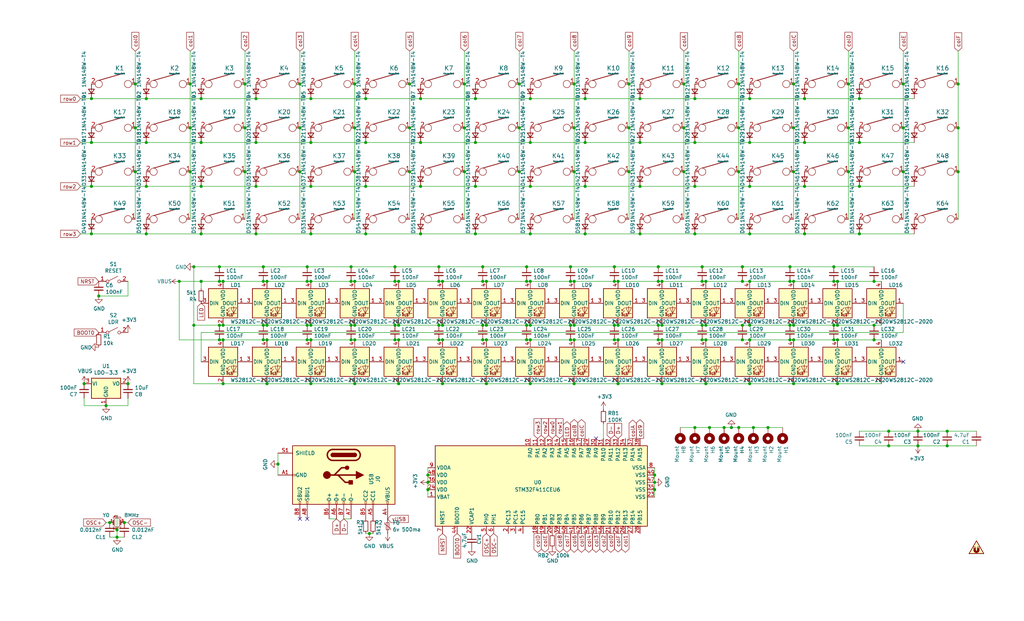
<source format=kicad_sch>
(kicad_sch (version 20211123) (generator eeschema)
  (paper "USLegal")
  (title_block (title "Hard Light") (date "2021-10-26") (rev "Mark 2 F") (company "Everywhere Defense Industries") (comment 1 "STM32F072 main core") (comment 2 "32-LED RGB Underlight") (comment 3 "Dual Audio Interface") (comment 4 "Direct Sequence Matrix"))
  (junction (at 198.12 113.03))
  (junction (at 251.46 148.59))
  (junction (at 153.67 133.35))
  (junction (at 91.44 113.03))
  (junction (at 308.61 154.94))
  (junction (at 106.68 118.11))
  (junction (at 36.83 140.97))
  (junction (at 31.75 81.28))
  (junction (at 218.44 59.69))
  (junction (at 104.14 59.69))
  (junction (at 76.2 97.79))
  (junction (at 106.68 97.79))
  (junction (at 332.74 44.45))
  (junction (at 184.15 97.79))
  (junction (at 38.1 181.61))
  (junction (at 153.67 118.11))
  (junction (at 218.44 29.21))
  (junction (at 161.29 44.45))
  (junction (at 198.12 118.11))
  (junction (at 222.25 64.77))
  (junction (at 40.64 186.69))
  (junction (at 46.99 59.69))
  (junction (at 142.24 29.21))
  (junction (at 66.04 59.69))
  (junction (at 184.15 113.03))
  (junction (at 123.19 113.03))
  (junction (at 294.64 59.69))
  (junction (at 243.84 113.03))
  (junction (at 260.35 113.03))
  (junction (at 180.34 59.69))
  (junction (at 168.91 133.35))
  (junction (at 50.8 81.28))
  (junction (at 275.59 118.11))
  (junction (at 165.1 81.28))
  (junction (at 318.77 149.86))
  (junction (at 246.38 148.59))
  (junction (at 245.11 118.11))
  (junction (at 138.43 97.79))
  (junction (at 168.91 97.79))
  (junction (at 146.05 49.53))
  (junction (at 241.3 34.29))
  (junction (at 40.64 184.15))
  (junction (at 66.04 29.21))
  (junction (at 46.99 44.45))
  (junction (at 199.39 118.11))
  (junction (at 142.24 59.69))
  (junction (at 77.47 118.11))
  (junction (at 294.64 44.45))
  (junction (at 184.15 49.53))
  (junction (at 243.84 118.11))
  (junction (at 85.09 44.45))
  (junction (at 161.29 59.69))
  (junction (at 237.49 44.45))
  (junction (at 313.69 29.21))
  (junction (at 106.68 113.03))
  (junction (at 69.85 97.79))
  (junction (at 127 81.28))
  (junction (at 275.59 113.03))
  (junction (at 148.59 165.1))
  (junction (at 137.16 118.11))
  (junction (at 46.99 29.21))
  (junction (at 92.71 118.11))
  (junction (at 260.35 118.11))
  (junction (at 298.45 81.28))
  (junction (at 121.92 92.71))
  (junction (at 165.1 64.77))
  (junction (at 214.63 118.11))
  (junction (at 328.93 149.86))
  (junction (at 256.54 59.69))
  (junction (at 279.4 81.28))
  (junction (at 245.11 113.03))
  (junction (at 261.62 148.59))
  (junction (at 92.71 133.35))
  (junction (at 91.44 97.79))
  (junction (at 294.64 29.21))
  (junction (at 199.39 44.45))
  (junction (at 184.15 64.77))
  (junction (at 229.87 97.79))
  (junction (at 245.11 133.35))
  (junction (at 289.56 97.79))
  (junction (at 241.3 148.59))
  (junction (at 96.52 161.29))
  (junction (at 142.24 44.45))
  (junction (at 69.85 49.53))
  (junction (at 279.4 64.77))
  (junction (at 275.59 97.79))
  (junction (at 167.64 113.03))
  (junction (at 88.9 49.53))
  (junction (at 332.74 29.21))
  (junction (at 29.21 133.35))
  (junction (at 260.35 49.53))
  (junction (at 88.9 64.77))
  (junction (at 290.83 133.35))
  (junction (at 85.09 29.21))
  (junction (at 199.39 59.69))
  (junction (at 50.8 64.77))
  (junction (at 168.91 113.03))
  (junction (at 257.81 113.03))
  (junction (at 107.95 81.28))
  (junction (at 229.87 113.03))
  (junction (at 62.23 97.79))
  (junction (at 92.71 113.03))
  (junction (at 260.35 34.29))
  (junction (at 243.84 97.79))
  (junction (at 106.68 92.71))
  (junction (at 298.45 34.29))
  (junction (at 203.2 64.77))
  (junction (at 199.39 133.35))
  (junction (at 107.95 49.53))
  (junction (at 31.75 49.53))
  (junction (at 313.69 59.69))
  (junction (at 290.83 113.03))
  (junction (at 77.47 97.79))
  (junction (at 275.59 29.21))
  (junction (at 308.61 149.86))
  (junction (at 289.56 92.71))
  (junction (at 213.36 118.11))
  (junction (at 152.4 92.71))
  (junction (at 91.44 118.11))
  (junction (at 237.49 29.21))
  (junction (at 260.35 81.28))
  (junction (at 214.63 113.03))
  (junction (at 229.87 133.35))
  (junction (at 165.1 49.53))
  (junction (at 274.32 97.79))
  (junction (at 257.81 97.79))
  (junction (at 137.16 97.79))
  (junction (at 274.32 118.11))
  (junction (at 245.11 97.79))
  (junction (at 182.88 92.71))
  (junction (at 69.85 34.29))
  (junction (at 31.75 64.77))
  (junction (at 184.15 81.28))
  (junction (at 266.7 148.59))
  (junction (at 138.43 118.11))
  (junction (at 241.3 49.53))
  (junction (at 76.2 113.03))
  (junction (at 303.53 97.79))
  (junction (at 67.31 113.03))
  (junction (at 279.4 49.53))
  (junction (at 279.4 34.29))
  (junction (at 275.59 133.35))
  (junction (at 318.77 154.94))
  (junction (at 77.47 113.03))
  (junction (at 44.45 133.35))
  (junction (at 182.88 97.79))
  (junction (at 107.95 133.35))
  (junction (at 303.53 113.03))
  (junction (at 161.29 29.21))
  (junction (at 107.95 34.29))
  (junction (at 289.56 118.11))
  (junction (at 85.09 59.69))
  (junction (at 128.27 185.42))
  (junction (at 182.88 118.11))
  (junction (at 222.25 34.29))
  (junction (at 104.14 29.21))
  (junction (at 137.16 113.03))
  (junction (at 222.25 49.53))
  (junction (at 121.92 113.03))
  (junction (at 184.15 34.29))
  (junction (at 107.95 64.77))
  (junction (at 153.67 97.79))
  (junction (at 121.92 118.11))
  (junction (at 332.74 59.69))
  (junction (at 43.18 181.61))
  (junction (at 152.4 118.11))
  (junction (at 148.59 167.64))
  (junction (at 241.3 64.77))
  (junction (at 67.31 92.71))
  (junction (at 227.33 170.18))
  (junction (at 213.36 92.71))
  (junction (at 256.54 44.45))
  (junction (at 313.69 44.45))
  (junction (at 214.63 97.79))
  (junction (at 77.47 133.35))
  (junction (at 198.12 97.79))
  (junction (at 88.9 34.29))
  (junction (at 241.3 81.28))
  (junction (at 91.44 92.71))
  (junction (at 127 34.29))
  (junction (at 92.71 97.79))
  (junction (at 254 148.59))
  (junction (at 257.81 118.11))
  (junction (at 256.54 29.21))
  (junction (at 303.53 118.11))
  (junction (at 76.2 92.71))
  (junction (at 198.12 92.71))
  (junction (at 290.83 118.11))
  (junction (at 107.95 113.03))
  (junction (at 146.05 34.29))
  (junction (at 107.95 118.11))
  (junction (at 123.19 59.69))
  (junction (at 203.2 34.29))
  (junction (at 121.92 97.79))
  (junction (at 50.8 49.53))
  (junction (at 229.87 118.11))
  (junction (at 203.2 81.28))
  (junction (at 180.34 44.45))
  (junction (at 34.29 102.87))
  (junction (at 182.88 113.03))
  (junction (at 146.05 81.28))
  (junction (at 107.95 97.79))
  (junction (at 167.64 92.71))
  (junction (at 227.33 165.1))
  (junction (at 256.54 148.59))
  (junction (at 146.05 64.77))
  (junction (at 237.49 59.69))
  (junction (at 203.2 49.53))
  (junction (at 123.19 97.79))
  (junction (at 199.39 29.21))
  (junction (at 298.45 64.77))
  (junction (at 137.16 92.71))
  (junction (at 218.44 44.45))
  (junction (at 260.35 133.35))
  (junction (at 243.84 92.71))
  (junction (at 123.19 44.45))
  (junction (at 31.75 34.29))
  (junction (at 227.33 167.64))
  (junction (at 138.43 133.35))
  (junction (at 222.25 81.28))
  (junction (at 66.04 44.45))
  (junction (at 199.39 97.79))
  (junction (at 152.4 113.03))
  (junction (at 257.81 92.71))
  (junction (at 88.9 81.28))
  (junction (at 104.14 44.45))
  (junction (at 167.64 118.11))
  (junction (at 167.64 97.79))
  (junction (at 228.6 97.79))
  (junction (at 69.85 81.28))
  (junction (at 228.6 92.71))
  (junction (at 123.19 118.11))
  (junction (at 127 64.77))
  (junction (at 50.8 34.29))
  (junction (at 168.91 118.11))
  (junction (at 153.67 113.03))
  (junction (at 148.59 170.18))
  (junction (at 228.6 118.11))
  (junction (at 123.19 133.35))
  (junction (at 180.34 29.21))
  (junction (at 213.36 113.03))
  (junction (at 298.45 49.53))
  (junction (at 69.85 64.77))
  (junction (at 76.2 118.11))
  (junction (at 274.32 92.71))
  (junction (at 289.56 113.03))
  (junction (at 152.4 97.79))
  (junction (at 260.35 64.77))
  (junction (at 328.93 154.94))
  (junction (at 199.39 113.03))
  (junction (at 123.19 29.21))
  (junction (at 184.15 118.11))
  (junction (at 213.36 97.79))
  (junction (at 165.1 34.29))
  (junction (at 127 49.53))
  (junction (at 260.35 97.79))
  (junction (at 290.83 97.79))
  (junction (at 275.59 44.45))
  (junction (at 138.43 113.03))
  (junction (at 214.63 133.35))
  (junction (at 184.15 133.35))
  (junction (at 228.6 113.03))
  (junction (at 275.59 59.69))
  (junction (at 274.32 113.03))
  (no_connect (at 207.01 152.4))
  (no_connect (at 313.69 125.73))
  (no_connect (at 104.14 180.34))
  (no_connect (at 106.68 180.34))
  (wire (pts (xy 77.47 113.03) (xy 91.44 113.03)))
  (wire (pts (xy 251.46 148.59) (xy 246.38 148.59)))
  (wire (pts (xy 123.19 29.21) (xy 123.19 44.45)))
  (wire (pts (xy 298.45 34.29) (xy 317.5 34.29)))
  (wire (pts (xy 142.24 29.21) (xy 142.24 17.78)))
  (wire (pts (xy 182.88 97.79) (xy 184.15 97.79)))
  (wire (pts (xy 261.62 148.59) (xy 256.54 148.59)))
  (wire (pts (xy 227.33 170.18) (xy 227.33 172.72)))
  (wire (pts (xy 279.4 49.53) (xy 260.35 49.53)))
  (wire (pts (xy 260.35 81.28) (xy 241.3 81.28)))
  (wire (pts (xy 161.29 44.45) (xy 161.29 59.69)))
  (wire (pts (xy 274.32 118.11) (xy 275.59 118.11)))
  (wire (pts (xy 243.84 113.03) (xy 245.11 113.03)))
  (wire (pts (xy 142.24 59.69) (xy 142.24 76.2)))
  (wire (pts (xy 199.39 59.69) (xy 199.39 76.2)))
  (wire (pts (xy 228.6 92.71) (xy 243.84 92.71)))
  (wire (pts (xy 69.85 81.28) (xy 50.8 81.28)))
  (wire (pts (xy 40.64 186.69) (xy 43.18 186.69)))
  (wire (pts (xy 67.31 92.71) (xy 67.31 113.03)))
  (wire (pts (xy 121.92 97.79) (xy 123.19 97.79)))
  (wire (pts (xy 31.75 34.29) (xy 50.8 34.29)))
  (wire (pts (xy 85.09 44.45) (xy 85.09 59.69)))
  (wire (pts (xy 256.54 44.45) (xy 256.54 59.69)))
  (wire (pts (xy 237.49 59.69) (xy 237.49 76.2)))
  (wire (pts (xy 85.09 17.78) (xy 85.09 29.21)))
  (wire (pts (xy 229.87 113.03) (xy 243.84 113.03)))
  (wire (pts (xy 104.14 59.69) (xy 104.14 76.2)))
  (wire (pts (xy 67.31 113.03) (xy 67.31 133.35)))
  (wire (pts (xy 271.78 148.59) (xy 266.7 148.59)))
  (wire (pts (xy 222.25 64.77) (xy 241.3 64.77)))
  (wire (pts (xy 85.09 59.69) (xy 85.09 76.2)))
  (wire (pts (xy 298.45 49.53) (xy 279.4 49.53)))
  (wire (pts (xy 237.49 29.21) (xy 237.49 44.45)))
  (wire (pts (xy 182.88 118.11) (xy 184.15 118.11)))
  (wire (pts (xy 218.44 29.21) (xy 218.44 44.45)))
  (wire (pts (xy 114.3 180.34) (xy 116.84 180.34)))
  (wire (pts (xy 66.04 59.69) (xy 66.04 76.2)))
  (wire (pts (xy 40.64 184.15) (xy 40.64 186.69)))
  (wire (pts (xy 92.71 97.79) (xy 106.68 97.79)))
  (wire (pts (xy 199.39 113.03) (xy 213.36 113.03)))
  (wire (pts (xy 218.44 29.21) (xy 218.44 17.78)))
  (wire (pts (xy 50.8 81.28) (xy 31.75 81.28)))
  (wire (pts (xy 214.63 97.79) (xy 228.6 97.79)))
  (wire (pts (xy 180.34 29.21) (xy 180.34 44.45)))
  (wire (pts (xy 27.94 49.53) (xy 31.75 49.53)))
  (wire (pts (xy 227.33 165.1) (xy 227.33 167.64)))
  (wire (pts (xy 257.81 118.11) (xy 260.35 118.11)))
  (wire (pts (xy 260.35 113.03) (xy 274.32 113.03)))
  (wire (pts (xy 152.4 92.71) (xy 167.64 92.71)))
  (wire (pts (xy 313.69 29.21) (xy 313.69 44.45)))
  (wire (pts (xy 257.81 113.03) (xy 260.35 113.03)))
  (wire (pts (xy 260.35 97.79) (xy 274.32 97.79)))
  (wire (pts (xy 184.15 49.53) (xy 165.1 49.53)))
  (wire (pts (xy 91.44 118.11) (xy 92.71 118.11)))
  (wire (pts (xy 76.2 118.11) (xy 77.47 118.11)))
  (wire (pts (xy 275.59 44.45) (xy 275.59 29.21)))
  (wire (pts (xy 209.55 147.32) (xy 209.55 152.4)))
  (wire (pts (xy 245.11 118.11) (xy 257.81 118.11)))
  (wire (pts (xy 137.16 118.11) (xy 138.43 118.11)))
  (wire (pts (xy 184.15 113.03) (xy 198.12 113.03)))
  (wire (pts (xy 237.49 44.45) (xy 237.49 59.69)))
  (wire (pts (xy 167.64 113.03) (xy 168.91 113.03)))
  (wire (pts (xy 313.69 105.41) (xy 313.69 115.57)))
  (wire (pts (xy 152.4 97.79) (xy 153.67 97.79)))
  (wire (pts (xy 107.95 49.53) (xy 88.9 49.53)))
  (wire (pts (xy 167.64 118.11) (xy 168.91 118.11)))
  (wire (pts (xy 142.24 44.45) (xy 142.24 59.69)))
  (wire (pts (xy 257.81 97.79) (xy 260.35 97.79)))
  (wire (pts (xy 274.32 97.79) (xy 275.59 97.79)))
  (wire (pts (xy 165.1 34.29) (xy 184.15 34.29)))
  (wire (pts (xy 294.64 29.21) (xy 294.64 44.45)))
  (wire (pts (xy 46.99 29.21) (xy 46.99 17.78)))
  (wire (pts (xy 88.9 34.29) (xy 107.95 34.29)))
  (wire (pts (xy 298.45 81.28) (xy 279.4 81.28)))
  (wire (pts (xy 294.64 44.45) (xy 294.64 59.69)))
  (wire (pts (xy 303.53 113.03) (xy 306.07 113.03)))
  (wire (pts (xy 303.53 97.79) (xy 306.07 97.79)))
  (wire (pts (xy 199.39 133.35) (xy 214.63 133.35)))
  (wire (pts (xy 256.54 29.21) (xy 256.54 17.78)))
  (wire (pts (xy 27.94 34.29) (xy 31.75 34.29)))
  (wire (pts (xy 245.11 97.79) (xy 257.81 97.79)))
  (wire (pts (xy 245.11 97.79) (xy 243.84 97.79)))
  (wire (pts (xy 44.45 97.79) (xy 44.45 102.87)))
  (wire (pts (xy 43.18 181.61) (xy 44.45 181.61)))
  (wire (pts (xy 161.29 29.21) (xy 161.29 44.45)))
  (wire (pts (xy 168.91 133.35) (xy 184.15 133.35)))
  (wire (pts (xy 213.36 92.71) (xy 228.6 92.71)))
  (wire (pts (xy 227.33 167.64) (xy 227.33 170.18)))
  (wire (pts (xy 107.95 34.29) (xy 127 34.29)))
  (wire (pts (xy 308.61 149.86) (xy 298.45 149.86)))
  (wire (pts (xy 153.67 113.03) (xy 167.64 113.03)))
  (wire (pts (xy 62.23 118.11) (xy 76.2 118.11)))
  (wire (pts (xy 260.35 49.53) (xy 241.3 49.53)))
  (wire (pts (xy 275.59 59.69) (xy 275.59 44.45)))
  (wire (pts (xy 198.12 113.03) (xy 199.39 113.03)))
  (wire (pts (xy 62.23 97.79) (xy 69.85 97.79)))
  (wire (pts (xy 92.71 118.11) (xy 106.68 118.11)))
  (wire (pts (xy 227.33 162.56) (xy 227.33 165.1)))
  (wire (pts (xy 254 148.59) (xy 251.46 148.59)))
  (wire (pts (xy 128.27 185.42) (xy 129.54 185.42)))
  (wire (pts (xy 165.1 49.53) (xy 146.05 49.53)))
  (wire (pts (xy 146.05 49.53) (xy 127 49.53)))
  (wire (pts (xy 161.29 59.69) (xy 161.29 76.2)))
  (wire (pts (xy 260.35 34.29) (xy 279.4 34.29)))
  (wire (pts (xy 44.45 140.97) (xy 44.45 138.43)))
  (wire (pts (xy 123.19 118.11) (xy 137.16 118.11)))
  (wire (pts (xy 76.2 113.03) (xy 77.47 113.03)))
  (wire (pts (xy 138.43 97.79) (xy 152.4 97.79)))
  (wire (pts (xy 121.92 92.71) (xy 137.16 92.71)))
  (wire (pts (xy 104.14 29.21) (xy 104.14 44.45)))
  (wire (pts (xy 27.94 81.28) (xy 31.75 81.28)))
  (wire (pts (xy 328.93 154.94) (xy 339.09 154.94)))
  (wire (pts (xy 198.12 118.11) (xy 199.39 118.11)))
  (wire (pts (xy 62.23 97.79) (xy 62.23 118.11)))
  (wire (pts (xy 46.99 29.21) (xy 46.99 44.45)))
  (wire (pts (xy 44.45 102.87) (xy 34.29 102.87)))
  (wire (pts (xy 222.25 34.29) (xy 241.3 34.29)))
  (wire (pts (xy 91.44 92.71) (xy 106.68 92.71)))
  (wire (pts (xy 167.64 92.71) (xy 182.88 92.71)))
  (wire (pts (xy 203.2 34.29) (xy 222.25 34.29)))
  (wire (pts (xy 184.15 133.35) (xy 199.39 133.35)))
  (wire (pts (xy 106.68 118.11) (xy 107.95 118.11)))
  (wire (pts (xy 69.85 115.57) (xy 69.85 125.73)))
  (wire (pts (xy 199.39 29.21) (xy 199.39 44.45)))
  (wire (pts (xy 203.2 81.28) (xy 184.15 81.28)))
  (wire (pts (xy 127 185.42) (xy 128.27 185.42)))
  (wire (pts (xy 241.3 148.59) (xy 236.22 148.59)))
  (wire (pts (xy 203.2 49.53) (xy 184.15 49.53)))
  (wire (pts (xy 182.88 113.03) (xy 184.15 113.03)))
  (wire (pts (xy 88.9 81.28) (xy 69.85 81.28)))
  (wire (pts (xy 303.53 118.11) (xy 306.07 118.11)))
  (wire (pts (xy 290.83 97.79) (xy 303.53 97.79)))
  (wire (pts (xy 123.19 59.69) (xy 123.19 76.2)))
  (wire (pts (xy 184.15 97.79) (xy 198.12 97.79)))
  (wire (pts (xy 153.67 118.11) (xy 167.64 118.11)))
  (wire (pts (xy 317.5 49.53) (xy 298.45 49.53)))
  (wire (pts (xy 127 34.29) (xy 146.05 34.29)))
  (wire (pts (xy 137.16 92.71) (xy 152.4 92.71)))
  (wire (pts (xy 274.32 113.03) (xy 275.59 113.03)))
  (wire (pts (xy 69.85 97.79) (xy 76.2 97.79)))
  (wire (pts (xy 121.92 118.11) (xy 123.19 118.11)))
  (wire (pts (xy 127 64.77) (xy 146.05 64.77)))
  (wire (pts (xy 66.04 44.45) (xy 66.04 59.69)))
  (wire (pts (xy 245.11 118.11) (xy 243.84 118.11)))
  (wire (pts (xy 142.24 29.21) (xy 142.24 44.45)))
  (wire (pts (xy 257.81 92.71) (xy 274.32 92.71)))
  (wire (pts (xy 245.11 113.03) (xy 257.81 113.03)))
  (wire (pts (xy 308.61 154.94) (xy 318.77 154.94)))
  (wire (pts (xy 313.69 44.45) (xy 313.69 59.69)))
  (wire (pts (xy 69.85 100.33) (xy 69.85 97.79)))
  (wire (pts (xy 229.87 133.35) (xy 245.11 133.35)))
  (wire (pts (xy 241.3 81.28) (xy 222.25 81.28)))
  (wire (pts (xy 256.54 29.21) (xy 256.54 44.45)))
  (wire (pts (xy 123.19 133.35) (xy 138.43 133.35)))
  (wire (pts (xy 148.59 170.18) (xy 148.59 167.64)))
  (wire (pts (xy 228.6 113.03) (xy 229.87 113.03)))
  (wire (pts (xy 38.1 186.69) (xy 40.64 186.69)))
  (wire (pts (xy 137.16 113.03) (xy 138.43 113.03)))
  (wire (pts (xy 214.63 133.35) (xy 229.87 133.35)))
  (wire (pts (xy 66.04 17.78) (xy 66.04 29.21)))
  (wire (pts (xy 76.2 92.71) (xy 91.44 92.71)))
  (wire (pts (xy 107.95 81.28) (xy 88.9 81.28)))
  (wire (pts (xy 214.63 113.03) (xy 228.6 113.03)))
  (wire (pts (xy 218.44 44.45) (xy 218.44 59.69)))
  (wire (pts (xy 67.31 113.03) (xy 76.2 113.03)))
  (wire (pts (xy 308.61 154.94) (xy 298.45 154.94)))
  (wire (pts (xy 104.14 29.21) (xy 104.14 17.78)))
  (wire (pts (xy 245.11 133.35) (xy 260.35 133.35)))
  (wire (pts (xy 317.5 81.28) (xy 298.45 81.28)))
  (wire (pts (xy 146.05 81.28) (xy 127 81.28)))
  (wire (pts (xy 148.59 170.18) (xy 148.59 172.72)))
  (wire (pts (xy 279.4 81.28) (xy 260.35 81.28)))
  (wire (pts (xy 180.34 59.69) (xy 180.34 76.2)))
  (wire (pts (xy 184.15 81.28) (xy 165.1 81.28)))
  (wire (pts (xy 36.83 181.61) (xy 38.1 181.61)))
  (wire (pts (xy 289.56 92.71) (xy 303.53 92.71)))
  (wire (pts (xy 218.44 59.69) (xy 218.44 76.2)))
  (wire (pts (xy 237.49 17.78) (xy 237.49 29.21)))
  (wire (pts (xy 67.31 92.71) (xy 76.2 92.71)))
  (wire (pts (xy 266.7 148.59) (xy 261.62 148.59)))
  (wire (pts (xy 180.34 29.21) (xy 180.34 17.78)))
  (wire (pts (xy 29.21 138.43) (xy 29.21 140.97)))
  (wire (pts (xy 290.83 133.35) (xy 306.07 133.35)))
  (wire (pts (xy 213.36 113.03) (xy 214.63 113.03)))
  (wire (pts (xy 165.1 64.77) (xy 184.15 64.77)))
  (wire (pts (xy 92.71 133.35) (xy 107.95 133.35)))
  (wire (pts (xy 104.14 44.45) (xy 104.14 59.69)))
  (wire (pts (xy 119.38 180.34) (xy 121.92 180.34)))
  (wire (pts (xy 213.36 118.11) (xy 214.63 118.11)))
  (wire (pts (xy 92.71 113.03) (xy 106.68 113.03)))
  (wire (pts (xy 168.91 113.03) (xy 182.88 113.03)))
  (wire (pts (xy 213.36 97.79) (xy 214.63 97.79)))
  (wire (pts (xy 36.83 140.97) (xy 44.45 140.97)))
  (wire (pts (xy 127 81.28) (xy 107.95 81.28)))
  (wire (pts (xy 243.84 92.71) (xy 257.81 92.71)))
  (wire (pts (xy 123.19 44.45) (xy 123.19 59.69)))
  (wire (pts (xy 77.47 118.11) (xy 91.44 118.11)))
  (wire (pts (xy 138.43 133.35) (xy 153.67 133.35)))
  (wire (pts (xy 332.74 44.45) (xy 332.74 59.69)))
  (wire (pts (xy 46.99 59.69) (xy 46.99 76.2)))
  (wire (pts (xy 308.61 149.86) (xy 318.77 149.86)))
  (wire (pts (xy 328.93 154.94) (xy 318.77 154.94)))
  (wire (pts (xy 332.74 29.21) (xy 332.74 44.45)))
  (wire (pts (xy 228.6 118.11) (xy 229.87 118.11)))
  (wire (pts (xy 46.99 44.45) (xy 46.99 59.69)))
  (wire (pts (xy 298.45 64.77) (xy 317.5 64.77)))
  (wire (pts (xy 168.91 97.79) (xy 182.88 97.79)))
  (wire (pts (xy 69.85 34.29) (xy 88.9 34.29)))
  (wire (pts (xy 31.75 64.77) (xy 50.8 64.77)))
  (wire (pts (xy 50.8 49.53) (xy 31.75 49.53)))
  (wire (pts (xy 184.15 64.77) (xy 203.2 64.77)))
  (wire (pts (xy 275.59 133.35) (xy 290.83 133.35)))
  (wire (pts (xy 241.3 49.53) (xy 222.25 49.53)))
  (wire (pts (xy 313.69 115.57) (xy 69.85 115.57)))
  (wire (pts (xy 313.69 59.69) (xy 313.69 76.2)))
  (wire (pts (xy 275.59 97.79) (xy 289.56 97.79)))
  (wire (pts (xy 123.19 17.78) (xy 123.19 29.21)))
  (wire (pts (xy 246.38 148.59) (xy 241.3 148.59)))
  (wire (pts (xy 138.43 118.11) (xy 152.4 118.11)))
  (wire (pts (xy 241.3 34.29) (xy 260.35 34.29)))
  (wire (pts (xy 146.05 34.29) (xy 165.1 34.29)))
  (wire (pts (xy 66.04 29.21) (xy 66.04 44.45)))
  (wire (pts (xy 256.54 148.59) (xy 254 148.59)))
  (wire (pts (xy 91.44 113.03) (xy 92.71 113.03)))
  (wire (pts (xy 198.12 92.71) (xy 213.36 92.71)))
  (wire (pts (xy 152.4 118.11) (xy 153.67 118.11)))
  (wire (pts (xy 229.87 97.79) (xy 243.84 97.79)))
  (wire (pts (xy 279.4 64.77) (xy 298.45 64.77)))
  (wire (pts (xy 107.95 133.35) (xy 123.19 133.35)))
  (wire (pts (xy 29.21 140.97) (xy 36.83 140.97)))
  (wire (pts (xy 107.95 118.11) (xy 121.92 118.11)))
  (wire (pts (xy 275.59 76.2) (xy 275.59 59.69)))
  (wire (pts (xy 294.64 59.69) (xy 294.64 76.2)))
  (wire (pts (xy 228.6 97.79) (xy 229.87 97.79)))
  (wire (pts (xy 313.69 17.78) (xy 313.69 29.21)))
  (wire (pts (xy 107.95 113.03) (xy 121.92 113.03)))
  (wire (pts (xy 77.47 133.35) (xy 92.71 133.35)))
  (wire (pts (xy 229.87 118.11) (xy 243.84 118.11)))
  (wire (pts (xy 199.39 44.45) (xy 199.39 59.69)))
  (wire (pts (xy 27.94 64.77) (xy 31.75 64.77)))
  (wire (pts (xy 67.31 133.35) (xy 77.47 133.35)))
  (wire (pts (xy 290.83 118.11) (xy 303.53 118.11)))
  (wire (pts (xy 260.35 64.77) (xy 279.4 64.77)))
  (wire (pts (xy 96.52 161.29) (xy 96.52 165.1)))
  (wire (pts (xy 137.16 97.79) (xy 138.43 97.79)))
  (wire (pts (xy 106.68 113.03) (xy 107.95 113.03)))
  (wire (pts (xy 123.19 97.79) (xy 137.16 97.79)))
  (wire (pts (xy 77.47 97.79) (xy 91.44 97.79)))
  (wire (pts (xy 294.64 29.21) (xy 294.64 17.78)))
  (wire (pts (xy 153.67 133.35) (xy 168.91 133.35)))
  (wire (pts (xy 168.91 118.11) (xy 182.88 118.11)))
  (wire (pts (xy 161.29 17.78) (xy 161.29 29.21)))
  (wire (pts (xy 274.32 92.71) (xy 289.56 92.71)))
  (wire (pts (xy 279.4 34.29) (xy 298.45 34.29)))
  (wire (pts (xy 88.9 49.53) (xy 69.85 49.53)))
  (wire (pts (xy 275.59 113.03) (xy 289.56 113.03)))
  (wire (pts (xy 214.63 118.11) (xy 228.6 118.11)))
  (wire (pts (xy 69.85 49.53) (xy 50.8 49.53)))
  (wire (pts (xy 198.12 97.79) (xy 199.39 97.79)))
  (wire (pts (xy 146.05 64.77) (xy 165.1 64.77)))
  (wire (pts (xy 50.8 34.29) (xy 69.85 34.29)))
  (wire (pts (xy 241.3 64.77) (xy 260.35 64.77)))
  (wire (pts (xy 260.35 118.11) (xy 274.32 118.11)))
  (wire (pts (xy 182.88 92.71) (xy 198.12 92.71)))
  (wire (pts (xy 275.59 118.11) (xy 289.56 118.11)))
  (wire (pts (xy 332.74 29.21) (xy 332.74 17.78)))
  (wire (pts (xy 199.39 97.79) (xy 213.36 97.79)))
  (wire (pts (xy 184.15 118.11) (xy 198.12 118.11)))
  (wire (pts (xy 275.59 17.78) (xy 275.59 29.21)))
  (wire (pts (xy 256.54 59.69) (xy 256.54 76.2)))
  (wire (pts (xy 222.25 81.28) (xy 203.2 81.28)))
  (wire (pts (xy 332.74 59.69) (xy 332.74 76.2)))
  (wire (pts (xy 203.2 64.77) (xy 222.25 64.77)))
  (wire (pts (xy 106.68 97.79) (xy 107.95 97.79)))
  (wire (pts (xy 69.85 64.77) (xy 88.9 64.77)))
  (wire (pts (xy 50.8 64.77) (xy 69.85 64.77)))
  (wire (pts (xy 76.2 97.79) (xy 77.47 97.79)))
  (wire (pts (xy 339.09 149.86) (xy 328.93 149.86)))
  (wire (pts (xy 180.34 44.45) (xy 180.34 59.69)))
  (wire (pts (xy 184.15 34.29) (xy 203.2 34.29)))
  (wire (pts (xy 290.83 118.11) (xy 289.56 118.11)))
  (wire (pts (xy 91.44 97.79) (xy 92.71 97.79)))
  (wire (pts (xy 138.43 113.03) (xy 152.4 113.03)))
  (wire (pts (xy 106.68 92.71) (xy 121.92 92.71)))
  (wire (pts (xy 127 49.53) (xy 107.95 49.53)))
  (wire (pts (xy 199.39 118.11) (xy 213.36 118.11)))
  (wire (pts (xy 40.64 179.07) (xy 40.64 184.15)))
  (wire (pts (xy 222.25 49.53) (xy 203.2 49.53)))
  (wire (pts (xy 88.9 64.77) (xy 107.95 64.77)))
  (wire (pts (xy 290.83 113.03) (xy 303.53 113.03)))
  (wire (pts (xy 152.4 113.03) (xy 153.67 113.03)))
  (wire (pts (xy 123.19 113.03) (xy 137.16 113.03)))
  (wire (pts (xy 328.93 149.86) (xy 318.77 149.86)))
  (wire (pts (xy 289.56 113.03) (xy 290.83 113.03)))
  (wire (pts (xy 107.95 64.77) (xy 127 64.77)))
  (wire (pts (xy 96.52 157.48) (xy 96.52 161.29)))
  (wire (pts (xy 165.1 81.28) (xy 146.05 81.28)))
  (wire (pts (xy 148.59 162.56) (xy 148.59 165.1)))
  (wire (pts (xy 199.39 17.78) (xy 199.39 29.21)))
  (wire (pts (xy 121.92 113.03) (xy 123.19 113.03)))
  (wire (pts (xy 107.95 97.79) (xy 121.92 97.79)))
  (wire (pts (xy 85.09 29.21) (xy 85.09 44.45)))
  (wire (pts (xy 148.59 165.1) (xy 148.59 167.64)))
  (wire (pts (xy 167.64 97.79) (xy 168.91 97.79)))
  (wire (pts (xy 153.67 97.79) (xy 167.64 97.79)))
  (wire (pts (xy 260.35 133.35) (xy 275.59 133.35)))
  (wire (pts (xy 290.83 97.79) (xy 289.56 97.79)))
  (global_label "vUSB" (shape input) (at 134.62 180.34 0) (property "Intersheet References" "${INTERSHEET_REFS}" (effects hide)))
  (global_label "NRST" (shape input) (at 34.29 97.79 180) (property "Intersheet References" "${INTERSHEET_REFS}" (effects hide)))
  (global_label "col8" (shape output) (at 194.31 185.42 270) (property "Intersheet References" "${INTERSHEET_REFS}" (effects hide)))
  (global_label "col1" (shape output) (at 217.17 185.42 270) (property "Intersheet References" "${INTERSHEET_REFS}" (effects hide)))
  (global_label "col0" (shape output) (at 212.09 185.42 270) (property "Intersheet References" "${INTERSHEET_REFS}" (effects hide)))
  (global_label "LED" (shape output) (at 196.85 152.4 90) (property "Intersheet References" "${INTERSHEET_REFS}" (effects hide)))
  (global_label "colF" (shape output) (at 214.63 185.42 270) (property "Intersheet References" "${INTERSHEET_REFS}" (effects hide)))
  (global_label "LED" (shape input) (at 69.85 105.41 270) (property "Intersheet References" "${INTERSHEET_REFS}" (effects hide)))
  (global_label "D+" (shape input) (at 214.63 152.4 90) (property "Intersheet References" "${INTERSHEET_REFS}" (effects hide)))
  (global_label "col3" (shape input) (at 104.14 17.78 90) (property "Intersheet References" "${INTERSHEET_REFS}" (effects hide)))
  (global_label "NRST" (shape input) (at 153.67 185.42 270) (property "Intersheet References" "${INTERSHEET_REFS}" (effects hide)))
  (global_label "col6" (shape output) (at 199.39 185.42 270) (property "Intersheet References" "${INTERSHEET_REFS}" (effects hide)))
  (global_label "BOOT0" (shape input) (at 34.29 115.57 180) (property "Intersheet References" "${INTERSHEET_REFS}" (effects hide)))
  (global_label "colB" (shape output) (at 199.39 152.4 90) (property "Intersheet References" "${INTERSHEET_REFS}" (effects hide)))
  (global_label "D-" (shape input) (at 119.38 180.34 270) (property "Intersheet References" "${INTERSHEET_REFS}" (effects hide)))
  (global_label "row1" (shape input) (at 27.94 49.53 180) (property "Intersheet References" "${INTERSHEET_REFS}" (effects hide)))
  (global_label "BOOT0" (shape input) (at 158.75 185.42 270) (property "Intersheet References" "${INTERSHEET_REFS}" (effects hide)))
  (global_label "col2" (shape input) (at 85.09 17.78 90) (property "Intersheet References" "${INTERSHEET_REFS}" (effects hide)))
  (global_label "colD" (shape output) (at 186.69 185.42 270) (property "Intersheet References" "${INTERSHEET_REFS}" (effects hide)))
  (global_label "colE" (shape input) (at 313.69 17.78 90) (property "Intersheet References" "${INTERSHEET_REFS}" (effects hide)))
  (global_label "col2" (shape output) (at 209.55 185.42 270) (property "Intersheet References" "${INTERSHEET_REFS}" (effects hide)))
  (global_label "col9" (shape input) (at 218.44 17.78 90) (property "Intersheet References" "${INTERSHEET_REFS}" (effects hide)))
  (global_label "colB" (shape input) (at 256.54 17.78 90) (property "Intersheet References" "${INTERSHEET_REFS}" (effects hide)))
  (global_label "D-" (shape input) (at 212.09 152.4 90) (property "Intersheet References" "${INTERSHEET_REFS}" (effects hide)))
  (global_label "OSC-" (shape input) (at 171.45 185.42 270) (property "Intersheet References" "${INTERSHEET_REFS}" (effects hide)))
  (global_label "col9" (shape output) (at 222.25 152.4 90) (property "Intersheet References" "${INTERSHEET_REFS}" (effects hide)))
  (global_label "col3" (shape output) (at 207.01 185.42 270) (property "Intersheet References" "${INTERSHEET_REFS}" (effects hide)))
  (global_label "colC" (shape input) (at 275.59 17.78 90) (property "Intersheet References" "${INTERSHEET_REFS}" (effects hide)))
  (global_label "row3" (shape input) (at 27.94 81.28 180) (property "Intersheet References" "${INTERSHEET_REFS}" (effects hide)))
  (global_label "row2" (shape input) (at 189.23 152.4 90) (property "Intersheet References" "${INTERSHEET_REFS}" (effects hide)))
  (global_label "row0" (shape input) (at 27.94 34.29 180) (property "Intersheet References" "${INTERSHEET_REFS}" (effects hide)))
  (global_label "col4" (shape input) (at 123.19 17.78 90) (property "Intersheet References" "${INTERSHEET_REFS}" (effects hide)))
  (global_label "OSC+" (shape input) (at 168.91 185.42 270) (property "Intersheet References" "${INTERSHEET_REFS}" (effects hide)))
  (global_label "OSC-" (shape input) (at 44.45 181.61 0) (property "Intersheet References" "${INTERSHEET_REFS}" (effects hide)))
  (global_label "colA" (shape output) (at 219.71 152.4 90) (property "Intersheet References" "${INTERSHEET_REFS}" (effects hide)))
  (global_label "OSC+" (shape input) (at 36.83 181.61 180) (property "Intersheet References" "${INTERSHEET_REFS}" (effects hide)))
  (global_label "colE" (shape output) (at 189.23 185.42 270) (property "Intersheet References" "${INTERSHEET_REFS}" (effects hide)))
  (global_label "col5" (shape input) (at 142.24 17.78 90) (property "Intersheet References" "${INTERSHEET_REFS}" (effects hide)))
  (global_label "col8" (shape input) (at 199.39 17.78 90) (property "Intersheet References" "${INTERSHEET_REFS}" (effects hide)))
  (global_label "row1" (shape input) (at 194.31 152.4 90) (property "Intersheet References" "${INTERSHEET_REFS}" (effects hide)))
  (global_label "col4" (shape output) (at 204.47 185.42 270) (property "Intersheet References" "${INTERSHEET_REFS}" (effects hide)))
  (global_label "D+" (shape input) (at 116.84 180.34 270) (property "Intersheet References" "${INTERSHEET_REFS}" (effects hide)))
  (global_label "row3" (shape input) (at 186.69 152.4 90) (property "Intersheet References" "${INTERSHEET_REFS}" (effects hide)))
  (global_label "col7" (shape input) (at 180.34 17.78 90) (property "Intersheet References" "${INTERSHEET_REFS}" (effects hide)))
  (global_label "col0" (shape input) (at 46.99 17.78 90) (property "Intersheet References" "${INTERSHEET_REFS}" (effects hide)))
  (global_label "colD" (shape input) (at 294.64 17.78 90) (property "Intersheet References" "${INTERSHEET_REFS}" (effects hide)))
  (global_label "col1" (shape input) (at 66.04 17.78 90) (property "Intersheet References" "${INTERSHEET_REFS}" (effects hide)))
  (global_label "col7" (shape output) (at 196.85 185.42 270) (property "Intersheet References" "${INTERSHEET_REFS}" (effects hide)))
  (global_label "col5" (shape output) (at 201.93 185.42 270) (property "Intersheet References" "${INTERSHEET_REFS}" (effects hide)))
  (global_label "colC" (shape output) (at 201.93 152.4 90) (property "Intersheet References" "${INTERSHEET_REFS}" (effects hide)))
  (global_label "colF" (shape input) (at 332.74 17.78 90) (property "Intersheet References" "${INTERSHEET_REFS}" (effects hide)))
  (global_label "row2" (shape input) (at 27.94 64.77 180) (property "Intersheet References" "${INTERSHEET_REFS}" (effects hide)))
  (global_label "col6" (shape input) (at 161.29 17.78 90) (property "Intersheet References" "${INTERSHEET_REFS}" (effects hide)))
  (global_label "colA" (shape input) (at 237.49 17.78 90) (property "Intersheet References" "${INTERSHEET_REFS}" (effects hide)))
  (global_label "row0" (shape input) (at 191.77 152.4 90) (property "Intersheet References" "${INTERSHEET_REFS}" (effects hide)))
  (symbol (lib_id "MCU_ST_STM32F4:STM32F411CEUx") (at 186.69 167.64 90) (unit 1)
    (property "Reference" "U0" (at 186.69 167.64 90))
    (property "Value" "STM32F411CEU6" (at 186.69 170.18 90))
    (property "Footprint" "Package_DFN_QFN:QFN-48-1EP_7x7mm_P0.5mm_EP5.6x5.6mm" (effects hide))
    (property "Datasheet" "http://www.st.com/st-web-ui/static/active/en/resource/technical/document/datasheet/DM00115249.pdf" (effects hide))
    (property "LCSC" "C60420" (effects hide))
  )
  (symbol (lib_id "power:+3V3") (at 148.59 167.64 90) (unit 1)
    (property "Reference" "#PWR0101" (effects hide))
    (property "Value" "+3V3" (at 144.1958 167.259 0))
  )
  (symbol (lib_id "power:GND") (at 227.33 167.64 90) (unit 1)
    (property "Reference" "#PWR0102" (effects hide))
    (property "Value" "GND" (at 231.7242 167.513 0))
  )
  (symbol (lib_id "Device:C_Small") (at 339.09 152.4 180) (unit 1)
    (property "Reference" "C1" (at 336.7532 153.5684 0) (effects (justify left)))
    (property "Value" "4.7uF" (at 336.7532 151.257 0) (effects (justify left)))
    (property "Footprint" "EDI:Passive_0402_1005Metric" (effects hide))
    (property "LCSC" "C23733" (effects hide))
  )
  (symbol (lib_id "Device:C_Small") (at 328.93 152.4 180) (unit 1)
    (property "Reference" "C2" (at 326.5932 153.5684 0) (effects (justify left)))
    (property "Value" "100nF" (at 326.5932 151.257 0) (effects (justify left)))
    (property "Footprint" "EDI:Passive_0402_1005Metric" (effects hide))
    (property "LCSC" "C307331" (effects hide))
  )
  (symbol (lib_id "Device:C_Small") (at 318.77 152.4 180) (unit 1)
    (property "Reference" "C3" (at 316.4332 153.5684 0) (effects (justify left)))
    (property "Value" "100nF" (at 316.4332 151.257 0) (effects (justify left)))
    (property "Footprint" "EDI:Passive_0402_1005Metric" (effects hide))
    (property "LCSC" "C307331" (effects hide))
  )
  (symbol (lib_id "Device:C_Small") (at 308.61 152.4 180) (unit 1)
    (property "Reference" "C4" (at 306.2732 153.5684 0) (effects (justify left)))
    (property "Value" "100nF" (at 306.2732 151.257 0) (effects (justify left)))
    (property "Footprint" "EDI:Passive_0402_1005Metric" (effects hide))
    (property "LCSC" "C307331" (effects hide))
  )
  (symbol (lib_id "power:GND") (at 318.77 149.86 180) (unit 1)
    (property "Reference" "#PWR0104" (effects hide))
    (property "Value" "GND" (at 318.643 145.4658 0))
  )
  (symbol (lib_id "Regulator_Linear:LD1117S33TR_SOT223") (at 36.83 133.35 0) (unit 1)
    (property "Reference" "U1" (at 36.83 127.2032 0))
    (property "Value" "LDO-3.3" (at 36.83 129.5146 0))
    (property "Footprint" "Package_TO_SOT_SMD:SOT-23" (effects hide))
    (property "Datasheet" "http://www.st.com/st-web-ui/static/active/en/resource/technical/document/datasheet/CD00000544.pdf" (effects hide))
    (property "LCSC" "C83932" (effects hide))
  )
  (symbol (lib_id "Device:C_Small") (at 29.21 135.89 180) (unit 1)
    (property "Reference" "C7" (at 26.8732 137.0584 0) (effects (justify left)))
    (property "Value" "100nF" (at 26.8732 134.747 0) (effects (justify left)))
    (property "Footprint" "EDI:Passive_0402_1005Metric" (effects hide))
    (property "LCSC" "C307331" (effects hide))
  )
  (symbol (lib_id "Device:C_Small") (at 44.45 135.89 0) (mirror x) (unit 1)
    (property "Reference" "C8" (at 46.7868 137.0584 0) (effects (justify left)))
    (property "Value" "10uF" (at 46.7868 134.747 0) (effects (justify left)))
    (property "Footprint" "EDI:Passive_0402_1005Metric" (effects hide))
    (property "LCSC" "C15525" (effects hide))
  )
  (symbol (lib_id "power:GND") (at 36.83 140.97 0) (unit 1)
    (property "Reference" "#PWR0105" (effects hide))
    (property "Value" "GND" (at 36.957 145.3642 0))
  )
  (symbol (lib_id "power:+3V3") (at 44.45 133.35 0) (unit 1)
    (property "Reference" "#PWR0106" (effects hide))
    (property "Value" "+3V3" (at 44.831 128.9558 0))
  )
  (symbol (lib_id "power:VBUS") (at 29.21 133.35 0) (unit 1)
    (property "Reference" "#PWR0107" (effects hide))
    (property "Value" "VBUS" (at 29.591 128.9558 0))
  )
  (symbol (lib_id "HL-Mk2-rescue:USB_C_Receptacle_USB2.0-Connector") (at 119.38 165.1 270) (unit 1)
    (property "Reference" "J0" (at 131.2418 166.497 0))
    (property "Value" "USB" (at 128.9304 166.497 0))
    (property "Footprint" "Connector_USB:USB_C_Receptacle_HRO_TYPE-C-31-M-12" (effects hide))
    (property "LCSC" "C165948" (effects hide))
  )
  (symbol (lib_id "power:GND") (at 96.52 161.29 270) (unit 1)
    (property "Reference" "#PWR0108" (effects hide))
    (property "Value" "GND" (at 92.1258 161.417 0))
  )
  (symbol (lib_id "power:VBUS") (at 134.62 185.42 180) (unit 1)
    (property "Reference" "#PWR0109" (effects hide))
    (property "Value" "VBUS" (at 134.239 189.8142 0))
  )
  (symbol (lib_id "Switch:SW_SPST") (at 39.37 97.79 0) (unit 1)
    (property "Reference" "S1" (at 39.37 91.821 0))
    (property "Value" "RESET" (at 39.37 94.1324 0))
    (property "Footprint" "EDI:SW_EVPBB4A9B000" (effects hide))
    (property "LCSC" "C140848" (effects hide))
  )
  (symbol (lib_id "Device:C_Small") (at 34.29 100.33 0) (unit 1)
    (property "Reference" "C6" (at 36.6268 99.1616 0) (effects (justify left)))
    (property "Value" "100nF" (at 36.6268 101.473 0) (effects (justify left)))
    (property "Footprint" "EDI:Passive_0402_1005Metric" (effects hide))
    (property "LCSC" "C307331" (effects hide))
  )
  (symbol (lib_id "power:GND") (at 34.29 102.87 0) (unit 1)
    (property "Reference" "#PWR0110" (effects hide))
    (property "Value" "GND" (at 34.417 107.2642 0))
  )
  (symbol (lib_id "Switch:SW_SPST") (at 39.37 115.57 0) (unit 1)
    (property "Reference" "S2" (at 39.37 109.601 0))
    (property "Value" "LDR" (at 39.37 111.9124 0))
    (property "Footprint" "EDI:SW_EVPBB4A9B000" (effects hide))
    (property "LCSC" "C140848" (effects hide))
  )
  (symbol (lib_id "Device:R_Small") (at 34.29 118.11 0) (unit 1)
    (property "Reference" "R1" (at 35.7886 116.9416 0) (effects (justify left)))
    (property "Value" "10k" (at 35.7886 119.253 0) (effects (justify left)))
    (property "Footprint" "EDI:Passive_0402_1005Metric" (effects hide))
    (property "LCSC" "C25744" (effects hide))
  )
  (symbol (lib_id "power:+3V3") (at 44.45 115.57 0) (unit 1)
    (property "Reference" "#PWR0111" (effects hide))
    (property "Value" "+3V3" (at 44.831 111.1758 0))
  )
  (symbol (lib_id "power:GND") (at 34.29 120.65 270) (unit 1)
    (property "Reference" "#PWR0112" (effects hide))
    (property "Value" "GND" (at 29.8958 120.777 90))
  )
  (symbol (lib_id "Mechanical:MountingHole_Pad") (at 271.78 151.13 180) (unit 1)
    (property "Reference" "H1" (at 272.9484 154.94 90) (effects (justify left)))
    (property "Value" "Mount" (at 270.637 154.94 90) (effects (justify left)))
    (property "Footprint" "MountingHole:MountingHole_2.2mm_M2_ISO7380_Pad" (effects hide))
  )
  (symbol (lib_id "Mechanical:MountingHole_Pad") (at 266.7 151.13 180) (unit 1)
    (property "Reference" "H2" (at 267.8684 154.94 90) (effects (justify left)))
    (property "Value" "Mount" (at 265.557 154.94 90) (effects (justify left)))
    (property "Footprint" "MountingHole:MountingHole_2.2mm_M2_ISO7380_Pad" (effects hide))
  )
  (symbol (lib_id "Mechanical:MountingHole_Pad") (at 261.62 151.13 180) (unit 1)
    (property "Reference" "H3" (at 262.7884 154.94 90) (effects (justify left)))
    (property "Value" "Mount" (at 260.477 154.94 90) (effects (justify left)))
    (property "Footprint" "MountingHole:MountingHole_2.2mm_M2_ISO7380_Pad" (effects hide))
  )
  (symbol (lib_id "Mechanical:MountingHole_Pad") (at 256.54 151.13 180) (unit 1)
    (property "Reference" "H4" (at 257.7084 154.94 90) (effects (justify left)))
    (property "Value" "Mount" (at 255.397 154.94 90) (effects (justify left)))
    (property "Footprint" "MountingHole:MountingHole_2.2mm_M2_ISO7380_Pad" (effects hide))
  )
  (symbol (lib_id "Mechanical:MountingHole_Pad") (at 251.46 151.13 180) (unit 1)
    (property "Reference" "H5" (at 252.6284 154.94 90) (effects (justify left)))
    (property "Value" "Mount" (at 250.317 154.94 90) (effects (justify left)))
    (property "Footprint" "MountingHole:MountingHole_2.2mm_M2_ISO7380_Pad" (effects hide))
  )
  (symbol (lib_id "Mechanical:MountingHole_Pad") (at 246.38 151.13 180) (unit 1)
    (property "Reference" "H6" (at 247.5484 154.94 90) (effects (justify left)))
    (property "Value" "Mount" (at 245.237 154.94 90) (effects (justify left)))
    (property "Footprint" "MountingHole:MountingHole_2.2mm_M2_ISO7380_Pad" (effects hide))
  )
  (symbol (lib_id "Mechanical:MountingHole_Pad") (at 241.3 151.13 180) (unit 1)
    (property "Reference" "H7" (at 242.4684 154.94 90) (effects (justify left)))
    (property "Value" "Mount" (at 240.157 154.94 90) (effects (justify left)))
    (property "Footprint" "MountingHole:MountingHole_2.2mm_M2_ISO7380_Pad" (effects hide))
  )
  (symbol (lib_id "Mechanical:MountingHole_Pad") (at 236.22 151.13 180) (unit 1)
    (property "Reference" "H8" (at 237.3884 154.94 90) (effects (justify left)))
    (property "Value" "Mount" (at 235.077 154.94 90) (effects (justify left)))
    (property "Footprint" "MountingHole:MountingHole_2.2mm_M2_ISO7380_Pad" (effects hide))
  )
  (symbol (lib_id "HL-Mk2-rescue:KEYSW-keyboard_parts") (at 39.37 29.21 0) (unit 1)
    (property "Reference" "K1" (at 41.5544 23.6982 0) (effects (font (size 1.524 1.524))))
    (property "Value" "Keyswitch" (at 41.5544 25.5778 0) (effects (font (size 0.508 0.508))))
    (property "Footprint" "EDI:MX-Choc" (effects hide))
  )
  (symbol (lib_id "Device:D_Small") (at 31.75 31.75 270) (mirror x) (unit 1)
    (property "Reference" "D1" (at 29.21 34.29 0) (effects (justify left)))
    (property "Value" "1N4148W-T4" (at 29.21 30.48 0) (effects (justify left)))
    (property "Footprint" "EDI:D_SOD-523" (effects hide))
    (property "LCSC" "C68948" (effects hide))
  )
  (symbol (lib_id "HL-Mk2-rescue:KEYSW-keyboard_parts") (at 58.42 29.21 0) (unit 1)
    (property "Reference" "K2" (at 60.6044 23.6982 0) (effects (font (size 1.524 1.524))))
    (property "Value" "Keyswitch" (at 60.6044 25.5778 0) (effects (font (size 0.508 0.508))))
    (property "Footprint" "EDI:MX-Choc" (effects hide))
  )
  (symbol (lib_id "Device:D_Small") (at 50.8 31.75 270) (mirror x) (unit 1)
    (property "Reference" "D2" (at 48.26 34.29 0) (effects (justify left)))
    (property "Value" "1N4148W-T4" (at 48.26 30.48 0) (effects (justify left)))
    (property "Footprint" "EDI:D_SOD-523" (effects hide))
    (property "LCSC" "C68948" (effects hide))
  )
  (symbol (lib_id "HL-Mk2-rescue:KEYSW-keyboard_parts") (at 77.47 29.21 0) (unit 1)
    (property "Reference" "K3" (at 79.6544 23.6982 0) (effects (font (size 1.524 1.524))))
    (property "Value" "Keyswitch" (at 79.6544 25.5778 0) (effects (font (size 0.508 0.508))))
    (property "Footprint" "EDI:MX-Choc" (effects hide))
  )
  (symbol (lib_id "Device:D_Small") (at 69.85 31.75 270) (mirror x) (unit 1)
    (property "Reference" "D3" (at 67.31 34.29 0) (effects (justify left)))
    (property "Value" "1N4148W-T4" (at 67.31 30.48 0) (effects (justify left)))
    (property "Footprint" "EDI:D_SOD-523" (effects hide))
    (property "LCSC" "C68948" (effects hide))
  )
  (symbol (lib_id "HL-Mk2-rescue:KEYSW-keyboard_parts") (at 96.52 29.21 0) (unit 1)
    (property "Reference" "K4" (at 98.7044 23.6982 0) (effects (font (size 1.524 1.524))))
    (property "Value" "Keyswitch" (at 98.7044 25.5778 0) (effects (font (size 0.508 0.508))))
    (property "Footprint" "EDI:MX-Choc" (effects hide))
  )
  (symbol (lib_id "Device:D_Small") (at 88.9 31.75 270) (mirror x) (unit 1)
    (property "Reference" "D4" (at 86.36 34.29 0) (effects (justify left)))
    (property "Value" "1N4148W-T4" (at 86.36 30.48 0) (effects (justify left)))
    (property "Footprint" "EDI:D_SOD-523" (effects hide))
    (property "LCSC" "C68948" (effects hide))
  )
  (symbol (lib_id "HL-Mk2-rescue:KEYSW-keyboard_parts") (at 115.57 29.21 0) (unit 1)
    (property "Reference" "K5" (at 117.7544 23.6982 0) (effects (font (size 1.524 1.524))))
    (property "Value" "Keyswitch" (at 117.7544 25.5778 0) (effects (font (size 0.508 0.508))))
    (property "Footprint" "EDI:MX-Choc" (effects hide))
  )
  (symbol (lib_id "Device:D_Small") (at 107.95 31.75 270) (mirror x) (unit 1)
    (property "Reference" "D5" (at 105.41 34.29 0) (effects (justify left)))
    (property "Value" "1N4148W-T4" (at 105.41 30.48 0) (effects (justify left)))
    (property "Footprint" "EDI:D_SOD-523" (effects hide))
    (property "LCSC" "C68948" (effects hide))
  )
  (symbol (lib_id "HL-Mk2-rescue:KEYSW-keyboard_parts") (at 134.62 29.21 0) (unit 1)
    (property "Reference" "K6" (at 136.8044 23.6982 0) (effects (font (size 1.524 1.524))))
    (property "Value" "Keyswitch" (at 136.8044 25.5778 0) (effects (font (size 0.508 0.508))))
    (property "Footprint" "EDI:MX-Choc" (effects hide))
  )
  (symbol (lib_id "Device:D_Small") (at 127 31.75 270) (mirror x) (unit 1)
    (property "Reference" "D6" (at 124.46 34.29 0) (effects (justify left)))
    (property "Value" "1N4148W-T4" (at 124.46 30.48 0) (effects (justify left)))
    (property "Footprint" "EDI:D_SOD-523" (effects hide))
    (property "LCSC" "C68948" (effects hide))
  )
  (symbol (lib_id "HL-Mk2-rescue:KEYSW-keyboard_parts") (at 153.67 29.21 0) (unit 1)
    (property "Reference" "K7" (at 155.8544 23.6982 0) (effects (font (size 1.524 1.524))))
    (property "Value" "Keyswitch" (at 155.8544 25.5778 0) (effects (font (size 0.508 0.508))))
    (property "Footprint" "EDI:MX-Choc" (effects hide))
  )
  (symbol (lib_id "Device:D_Small") (at 146.05 31.75 270) (mirror x) (unit 1)
    (property "Reference" "D7" (at 143.51 34.29 0) (effects (justify left)))
    (property "Value" "1N4148W-T4" (at 143.51 30.48 0) (effects (justify left)))
    (property "Footprint" "EDI:D_SOD-523" (effects hide))
    (property "LCSC" "C68948" (effects hide))
  )
  (symbol (lib_id "HL-Mk2-rescue:KEYSW-keyboard_parts") (at 172.72 29.21 0) (unit 1)
    (property "Reference" "K8" (at 174.9044 23.6982 0) (effects (font (size 1.524 1.524))))
    (property "Value" "Keyswitch" (at 174.9044 25.5778 0) (effects (font (size 0.508 0.508))))
    (property "Footprint" "EDI:MX-Choc" (effects hide))
  )
  (symbol (lib_id "Device:D_Small") (at 165.1 31.75 270) (mirror x) (unit 1)
    (property "Reference" "D8" (at 162.56 34.29 0) (effects (justify left)))
    (property "Value" "1N4148W-T4" (at 162.56 30.48 0) (effects (justify left)))
    (property "Footprint" "EDI:D_SOD-523" (effects hide))
    (property "LCSC" "C68948" (effects hide))
  )
  (symbol (lib_id "HL-Mk2-rescue:KEYSW-keyboard_parts") (at 191.77 29.21 0) (unit 1)
    (property "Reference" "K9" (at 193.9544 23.6982 0) (effects (font (size 1.524 1.524))))
    (property "Value" "Keyswitch" (at 193.9544 25.5778 0) (effects (font (size 0.508 0.508))))
    (property "Footprint" "EDI:MX-Choc" (effects hide))
  )
  (symbol (lib_id "Device:D_Small") (at 184.15 31.75 270) (mirror x) (unit 1)
    (property "Reference" "D9" (at 181.61 34.29 0) (effects (justify left)))
    (property "Value" "1N4148W-T4" (at 181.61 30.48 0) (effects (justify left)))
    (property "Footprint" "EDI:D_SOD-523" (effects hide))
    (property "LCSC" "C68948" (effects hide))
  )
  (symbol (lib_id "HL-Mk2-rescue:KEYSW-keyboard_parts") (at 210.82 29.21 0) (unit 1)
    (property "Reference" "K10" (at 213.0044 23.6982 0) (effects (font (size 1.524 1.524))))
    (property "Value" "Keyswitch" (at 213.0044 25.5778 0) (effects (font (size 0.508 0.508))))
    (property "Footprint" "EDI:MX-Choc" (effects hide))
  )
  (symbol (lib_id "Device:D_Small") (at 203.2 31.75 270) (mirror x) (unit 1)
    (property "Reference" "D10" (at 200.66 34.29 0) (effects (justify left)))
    (property "Value" "1N4148W-T4" (at 200.66 30.48 0) (effects (justify left)))
    (property "Footprint" "EDI:D_SOD-523" (effects hide))
    (property "LCSC" "C68948" (effects hide))
  )
  (symbol (lib_id "HL-Mk2-rescue:KEYSW-keyboard_parts") (at 229.87 29.21 0) (unit 1)
    (property "Reference" "K11" (at 232.0544 23.6982 0) (effects (font (size 1.524 1.524))))
    (property "Value" "Keyswitch" (at 232.0544 25.5778 0) (effects (font (size 0.508 0.508))))
    (property "Footprint" "EDI:MX-Choc" (effects hide))
  )
  (symbol (lib_id "Device:D_Small") (at 222.25 31.75 270) (mirror x) (unit 1)
    (property "Reference" "D11" (at 219.71 34.29 0) (effects (justify left)))
    (property "Value" "1N4148W-T4" (at 219.71 30.48 0) (effects (justify left)))
    (property "Footprint" "EDI:D_SOD-523" (effects hide))
    (property "LCSC" "C68948" (effects hide))
  )
  (symbol (lib_id "HL-Mk2-rescue:KEYSW-keyboard_parts") (at 248.92 29.21 0) (unit 1)
    (property "Reference" "K12" (at 251.1044 23.6982 0) (effects (font (size 1.524 1.524))))
    (property "Value" "Keyswitch" (at 251.1044 25.5778 0) (effects (font (size 0.508 0.508))))
    (property "Footprint" "EDI:MX-Choc" (effects hide))
  )
  (symbol (lib_id "Device:D_Small") (at 241.3 31.75 270) (mirror x) (unit 1)
    (property "Reference" "D12" (at 238.76 34.29 0) (effects (justify left)))
    (property "Value" "1N4148W-T4" (at 238.76 30.48 0) (effects (justify left)))
    (property "Footprint" "EDI:D_SOD-523" (effects hide))
    (property "LCSC" "C68948" (effects hide))
  )
  (symbol (lib_id "HL-Mk2-rescue:KEYSW-keyboard_parts") (at 39.37 44.45 0) (unit 1)
    (property "Reference" "K17" (at 41.5544 38.9382 0) (effects (font (size 1.524 1.524))))
    (property "Value" "Keyswitch" (at 41.5544 40.8178 0) (effects (font (size 0.508 0.508))))
    (property "Footprint" "EDI:MX-Choc" (effects hide))
  )
  (symbol (lib_id "Device:D_Small") (at 31.75 46.99 270) (mirror x) (unit 1)
    (property "Reference" "D17" (at 29.21 49.53 0) (effects (justify left)))
    (property "Value" "1N4148W-T4" (at 29.21 45.72 0) (effects (justify left)))
    (property "Footprint" "EDI:D_SOD-523" (effects hide))
    (property "LCSC" "C68948" (effects hide))
  )
  (symbol (lib_id "HL-Mk2-rescue:KEYSW-keyboard_parts") (at 58.42 44.45 0) (unit 1)
    (property "Reference" "K18" (at 60.6044 38.9382 0) (effects (font (size 1.524 1.524))))
    (property "Value" "Keyswitch" (at 60.6044 40.8178 0) (effects (font (size 0.508 0.508))))
    (property "Footprint" "EDI:MX-Choc" (effects hide))
  )
  (symbol (lib_id "Device:D_Small") (at 50.8 46.99 270) (mirror x) (unit 1)
    (property "Reference" "D18" (at 48.26 49.53 0) (effects (justify left)))
    (property "Value" "1N4148W-T4" (at 48.26 45.72 0) (effects (justify left)))
    (property "Footprint" "EDI:D_SOD-523" (effects hide))
    (property "LCSC" "C68948" (effects hide))
  )
  (symbol (lib_id "HL-Mk2-rescue:KEYSW-keyboard_parts") (at 77.47 44.45 0) (unit 1)
    (property "Reference" "K19" (at 79.6544 38.9382 0) (effects (font (size 1.524 1.524))))
    (property "Value" "Keyswitch" (at 79.6544 40.8178 0) (effects (font (size 0.508 0.508))))
    (property "Footprint" "EDI:MX-Choc" (effects hide))
  )
  (symbol (lib_id "Device:D_Small") (at 69.85 46.99 270) (mirror x) (unit 1)
    (property "Reference" "D19" (at 67.31 49.53 0) (effects (justify left)))
    (property "Value" "1N4148W-T4" (at 67.31 45.72 0) (effects (justify left)))
    (property "Footprint" "EDI:D_SOD-523" (effects hide))
    (property "LCSC" "C68948" (effects hide))
  )
  (symbol (lib_id "HL-Mk2-rescue:KEYSW-keyboard_parts") (at 96.52 44.45 0) (unit 1)
    (property "Reference" "K20" (at 98.7044 38.9382 0) (effects (font (size 1.524 1.524))))
    (property "Value" "Keyswitch" (at 98.7044 40.8178 0) (effects (font (size 0.508 0.508))))
    (property "Footprint" "EDI:MX-Choc" (effects hide))
  )
  (symbol (lib_id "Device:D_Small") (at 88.9 46.99 270) (mirror x) (unit 1)
    (property "Reference" "D20" (at 86.36 49.53 0) (effects (justify left)))
    (property "Value" "1N4148W-T4" (at 86.36 45.72 0) (effects (justify left)))
    (property "Footprint" "EDI:D_SOD-523" (effects hide))
    (property "LCSC" "C68948" (effects hide))
  )
  (symbol (lib_id "HL-Mk2-rescue:KEYSW-keyboard_parts") (at 115.57 44.45 0) (unit 1)
    (property "Reference" "K21" (at 117.7544 38.9382 0) (effects (font (size 1.524 1.524))))
    (property "Value" "Keyswitch" (at 117.7544 40.8178 0) (effects (font (size 0.508 0.508))))
    (property "Footprint" "EDI:MX-Choc" (effects hide))
  )
  (symbol (lib_id "Device:D_Small") (at 107.95 46.99 270) (mirror x) (unit 1)
    (property "Reference" "D21" (at 105.41 49.53 0) (effects (justify left)))
    (property "Value" "1N4148W-T4" (at 105.41 45.72 0) (effects (justify left)))
    (property "Footprint" "EDI:D_SOD-523" (effects hide))
    (property "LCSC" "C68948" (effects hide))
  )
  (symbol (lib_id "HL-Mk2-rescue:KEYSW-keyboard_parts") (at 134.62 44.45 0) (unit 1)
    (property "Reference" "K22" (at 136.8044 38.9382 0) (effects (font (size 1.524 1.524))))
    (property "Value" "Keyswitch" (at 136.8044 40.8178 0) (effects (font (size 0.508 0.508))))
    (property "Footprint" "EDI:MX-Choc" (effects hide))
  )
  (symbol (lib_id "Device:D_Small") (at 127 46.99 270) (mirror x) (unit 1)
    (property "Reference" "D22" (at 124.46 49.53 0) (effects (justify left)))
    (property "Value" "1N4148W-T4" (at 124.46 45.72 0) (effects (justify left)))
    (property "Footprint" "EDI:D_SOD-523" (effects hide))
    (property "LCSC" "C68948" (effects hide))
  )
  (symbol (lib_id "HL-Mk2-rescue:KEYSW-keyboard_parts") (at 153.67 44.45 0) (unit 1)
    (property "Reference" "K23" (at 155.8544 38.9382 0) (effects (font (size 1.524 1.524))))
    (property "Value" "Keyswitch" (at 155.8544 40.8178 0) (effects (font (size 0.508 0.508))))
    (property "Footprint" "EDI:MX-Choc" (effects hide))
  )
  (symbol (lib_id "Device:D_Small") (at 146.05 46.99 270) (mirror x) (unit 1)
    (property "Reference" "D23" (at 143.51 49.53 0) (effects (justify left)))
    (property "Value" "1N4148W-T4" (at 143.51 45.72 0) (effects (justify left)))
    (property "Footprint" "EDI:D_SOD-523" (effects hide))
    (property "LCSC" "C68948" (effects hide))
  )
  (symbol (lib_id "HL-Mk2-rescue:KEYSW-keyboard_parts") (at 172.72 44.45 0) (unit 1)
    (property "Reference" "K24" (at 174.9044 38.9382 0) (effects (font (size 1.524 1.524))))
    (property "Value" "Keyswitch" (at 174.9044 40.8178 0) (effects (font (size 0.508 0.508))))
    (property "Footprint" "EDI:MX-Choc" (effects hide))
  )
  (symbol (lib_id "Device:D_Small") (at 165.1 46.99 270) (mirror x) (unit 1)
    (property "Reference" "D24" (at 162.56 49.53 0) (effects (justify left)))
    (property "Value" "1N4148W-T4" (at 162.56 45.72 0) (effects (justify left)))
    (property "Footprint" "EDI:D_SOD-523" (effects hide))
    (property "LCSC" "C68948" (effects hide))
  )
  (symbol (lib_id "HL-Mk2-rescue:KEYSW-keyboard_parts") (at 191.77 44.45 0) (unit 1)
    (property "Reference" "K25" (at 193.9544 38.9382 0) (effects (font (size 1.524 1.524))))
    (property "Value" "Keyswitch" (at 193.9544 40.8178 0) (effects (font (size 0.508 0.508))))
    (property "Footprint" "EDI:MX-Choc" (effects hide))
  )
  (symbol (lib_id "Device:D_Small") (at 184.15 46.99 270) (mirror x) (unit 1)
    (property "Reference" "D25" (at 181.61 49.53 0) (effects (justify left)))
    (property "Value" "1N4148W-T4" (at 181.61 45.72 0) (effects (justify left)))
    (property "Footprint" "EDI:D_SOD-523" (effects hide))
    (property "LCSC" "C68948" (effects hide))
  )
  (symbol (lib_id "HL-Mk2-rescue:KEYSW-keyboard_parts") (at 210.82 44.45 0) (unit 1)
    (property "Reference" "K26" (at 213.0044 38.9382 0) (effects (font (size 1.524 1.524))))
    (property "Value" "Keyswitch" (at 213.0044 40.8178 0) (effects (font (size 0.508 0.508))))
    (property "Footprint" "EDI:MX-Choc" (effects hide))
  )
  (symbol (lib_id "Device:D_Small") (at 203.2 46.99 270) (mirror x) (unit 1)
    (property "Reference" "D26" (at 200.66 49.53 0) (effects (justify left)))
    (property "Value" "1N4148W-T4" (at 200.66 45.72 0) (effects (justify left)))
    (property "Footprint" "EDI:D_SOD-523" (effects hide))
    (property "LCSC" "C68948" (effects hide))
  )
  (symbol (lib_id "HL-Mk2-rescue:KEYSW-keyboard_parts") (at 229.87 44.45 0) (unit 1)
    (property "Reference" "K27" (at 232.0544 38.9382 0) (effects (font (size 1.524 1.524))))
    (property "Value" "Keyswitch" (at 232.0544 40.8178 0) (effects (font (size 0.508 0.508))))
    (property "Footprint" "EDI:MX-Choc" (effects hide))
  )
  (symbol (lib_id "Device:D_Small") (at 222.25 46.99 270) (mirror x) (unit 1)
    (property "Reference" "D27" (at 219.71 49.53 0) (effects (justify left)))
    (property "Value" "1N4148W-T4" (at 219.71 45.72 0) (effects (justify left)))
    (property "Footprint" "EDI:D_SOD-523" (effects hide))
    (property "LCSC" "C68948" (effects hide))
  )
  (symbol (lib_id "HL-Mk2-rescue:KEYSW-keyboard_parts") (at 248.92 44.45 0) (unit 1)
    (property "Reference" "K28" (at 251.1044 38.9382 0) (effects (font (size 1.524 1.524))))
    (property "Value" "Keyswitch" (at 251.1044 40.8178 0) (effects (font (size 0.508 0.508))))
    (property "Footprint" "EDI:MX-Choc" (effects hide))
  )
  (symbol (lib_id "Device:D_Small") (at 241.3 46.99 270) (mirror x) (unit 1)
    (property "Reference" "D28" (at 238.76 49.53 0) (effects (justify left)))
    (property "Value" "1N4148W-T4" (at 238.76 45.72 0) (effects (justify left)))
    (property "Footprint" "EDI:D_SOD-523" (effects hide))
    (property "LCSC" "C68948" (effects hide))
  )
  (symbol (lib_id "HL-Mk2-rescue:KEYSW-keyboard_parts") (at 39.37 59.69 0) (unit 1)
    (property "Reference" "K33" (at 41.5544 54.1782 0) (effects (font (size 1.524 1.524))))
    (property "Value" "Keyswitch" (at 41.5544 56.0578 0) (effects (font (size 0.508 0.508))))
    (property "Footprint" "EDI:MX-Choc" (effects hide))
  )
  (symbol (lib_id "Device:D_Small") (at 31.75 62.23 270) (mirror x) (unit 1)
    (property "Reference" "D33" (at 29.21 64.77 0) (effects (justify left)))
    (property "Value" "1N4148W-T4" (at 29.21 60.96 0) (effects (justify left)))
    (property "Footprint" "EDI:D_SOD-523" (effects hide))
    (property "LCSC" "C68948" (effects hide))
  )
  (symbol (lib_id "HL-Mk2-rescue:KEYSW-keyboard_parts") (at 58.42 59.69 0) (unit 1)
    (property "Reference" "K34" (at 60.6044 54.1782 0) (effects (font (size 1.524 1.524))))
    (property "Value" "Keyswitch" (at 60.6044 56.0578 0) (effects (font (size 0.508 0.508))))
    (property "Footprint" "EDI:MX-Choc" (effects hide))
  )
  (symbol (lib_id "Device:D_Small") (at 50.8 62.23 270) (mirror x) (unit 1)
    (property "Reference" "D34" (at 48.26 64.77 0) (effects (justify left)))
    (property "Value" "1N4148W-T4" (at 48.26 60.96 0) (effects (justify left)))
    (property "Footprint" "EDI:D_SOD-523" (effects hide))
    (property "LCSC" "C68948" (effects hide))
  )
  (symbol (lib_id "HL-Mk2-rescue:KEYSW-keyboard_parts") (at 77.47 59.69 0) (unit 1)
    (property "Reference" "K35" (at 79.6544 54.1782 0) (effects (font (size 1.524 1.524))))
    (property "Value" "Keyswitch" (at 79.6544 56.0578 0) (effects (font (size 0.508 0.508))))
    (property "Footprint" "EDI:MX-Choc" (effects hide))
  )
  (symbol (lib_id "Device:D_Small") (at 69.85 62.23 270) (mirror x) (unit 1)
    (property "Reference" "D35" (at 67.31 64.77 0) (effects (justify left)))
    (property "Value" "1N4148W-T4" (at 67.31 60.96 0) (effects (justify left)))
    (property "Footprint" "EDI:D_SOD-523" (effects hide))
    (property "LCSC" "C68948" (effects hide))
  )
  (symbol (lib_id "HL-Mk2-rescue:KEYSW-keyboard_parts") (at 96.52 59.69 0) (unit 1)
    (property "Reference" "K36" (at 98.7044 54.1782 0) (effects (font (size 1.524 1.524))))
    (property "Value" "Keyswitch" (at 98.7044 56.0578 0) (effects (font (size 0.508 0.508))))
    (property "Footprint" "EDI:MX-Choc" (effects hide))
  )
  (symbol (lib_id "Device:D_Small") (at 88.9 62.23 270) (mirror x) (unit 1)
    (property "Reference" "D36" (at 86.36 64.77 0) (effects (justify left)))
    (property "Value" "1N4148W-T4" (at 86.36 60.96 0) (effects (justify left)))
    (property "Footprint" "EDI:D_SOD-523" (effects hide))
    (property "LCSC" "C68948" (effects hide))
  )
  (symbol (lib_id "HL-Mk2-rescue:KEYSW-keyboard_parts") (at 115.57 59.69 0) (unit 1)
    (property "Reference" "K37" (at 117.7544 54.1782 0) (effects (font (size 1.524 1.524))))
    (property "Value" "Keyswitch" (at 117.7544 56.0578 0) (effects (font (size 0.508 0.508))))
    (property "Footprint" "EDI:MX-Choc" (effects hide))
  )
  (symbol (lib_id "Device:D_Small") (at 107.95 62.23 270) (mirror x) (unit 1)
    (property "Reference" "D37" (at 105.41 64.77 0) (effects (justify left)))
    (property "Value" "1N4148W-T4" (at 105.41 60.96 0) (effects (justify left)))
    (property "Footprint" "EDI:D_SOD-523" (effects hide))
    (property "LCSC" "C68948" (effects hide))
  )
  (symbol (lib_id "HL-Mk2-rescue:KEYSW-keyboard_parts") (at 134.62 59.69 0) (unit 1)
    (property "Reference" "K38" (at 136.8044 54.1782 0) (effects (font (size 1.524 1.524))))
    (property "Value" "Keyswitch" (at 136.8044 56.0578 0) (effects (font (size 0.508 0.508))))
    (property "Footprint" "EDI:MX-Choc" (effects hide))
  )
  (symbol (lib_id "Device:D_Small") (at 127 62.23 270) (mirror x) (unit 1)
    (property "Reference" "D38" (at 124.46 64.77 0) (effects (justify left)))
    (property "Value" "1N4148W-T4" (at 124.46 60.96 0) (effects (justify left)))
    (property "Footprint" "EDI:D_SOD-523" (effects hide))
    (property "LCSC" "C68948" (effects hide))
  )
  (symbol (lib_id "HL-Mk2-rescue:KEYSW-keyboard_parts") (at 153.67 59.69 0) (unit 1)
    (property "Reference" "K39" (at 155.8544 54.1782 0) (effects (font (size 1.524 1.524))))
    (property "Value" "Keyswitch" (at 155.8544 56.0578 0) (effects (font (size 0.508 0.508))))
    (property "Footprint" "EDI:MX-Choc" (effects hide))
  )
  (symbol (lib_id "Device:D_Small") (at 146.05 62.23 270) (mirror x) (unit 1)
    (property "Reference" "D39" (at 143.51 64.77 0) (effects (justify left)))
    (property "Value" "1N4148W-T4" (at 143.51 60.96 0) (effects (justify left)))
    (property "Footprint" "EDI:D_SOD-523" (effects hide))
    (property "LCSC" "C68948" (effects hide))
  )
  (symbol (lib_id "HL-Mk2-rescue:KEYSW-keyboard_parts") (at 172.72 59.69 0) (unit 1)
    (property "Reference" "K40" (at 174.9044 54.1782 0) (effects (font (size 1.524 1.524))))
    (property "Value" "Keyswitch" (at 174.9044 56.0578 0) (effects (font (size 0.508 0.508))))
    (property "Footprint" "EDI:MX-Choc" (effects hide))
  )
  (symbol (lib_id "Device:D_Small") (at 165.1 62.23 270) (mirror x) (unit 1)
    (property "Reference" "D40" (at 162.56 64.77 0) (effects (justify left)))
    (property "Value" "1N4148W-T4" (at 162.56 60.96 0) (effects (justify left)))
    (property "Footprint" "EDI:D_SOD-523" (effects hide))
    (property "LCSC" "C68948" (effects hide))
  )
  (symbol (lib_id "HL-Mk2-rescue:KEYSW-keyboard_parts") (at 191.77 59.69 0) (unit 1)
    (property "Reference" "K41" (at 193.9544 54.1782 0) (effects (font (size 1.524 1.524))))
    (property "Value" "Keyswitch" (at 193.9544 56.0578 0) (effects (font (size 0.508 0.508))))
    (property "Footprint" "EDI:MX-Choc" (effects hide))
  )
  (symbol (lib_id "Device:D_Small") (at 184.15 62.23 270) (mirror x) (unit 1)
    (property "Reference" "D41" (at 181.61 64.77 0) (effects (justify left)))
    (property "Value" "1N4148W-T4" (at 181.61 60.96 0) (effects (justify left)))
    (property "Footprint" "EDI:D_SOD-523" (effects hide))
    (property "LCSC" "C68948" (effects hide))
  )
  (symbol (lib_id "HL-Mk2-rescue:KEYSW-keyboard_parts") (at 210.82 59.69 0) (unit 1)
    (property "Reference" "K42" (at 213.0044 54.1782 0) (effects (font (size 1.524 1.524))))
    (property "Value" "Keyswitch" (at 213.0044 56.0578 0) (effects (font (size 0.508 0.508))))
    (property "Footprint" "EDI:MX-Choc" (effects hide))
  )
  (symbol (lib_id "Device:D_Small") (at 203.2 62.23 270) (mirror x) (unit 1)
    (property "Reference" "D42" (at 200.66 64.77 0) (effects (justify left)))
    (property "Value" "1N4148W-T4" (at 200.66 60.96 0) (effects (justify left)))
    (property "Footprint" "EDI:D_SOD-523" (effects hide))
    (property "LCSC" "C68948" (effects hide))
  )
  (symbol (lib_id "HL-Mk2-rescue:KEYSW-keyboard_parts") (at 229.87 59.69 0) (unit 1)
    (property "Reference" "K43" (at 232.0544 54.1782 0) (effects (font (size 1.524 1.524))))
    (property "Value" "Keyswitch" (at 232.0544 56.0578 0) (effects (font (size 0.508 0.508))))
    (property "Footprint" "EDI:MX-Choc" (effects hide))
  )
  (symbol (lib_id "Device:D_Small") (at 222.25 62.23 270) (mirror x) (unit 1)
    (property "Reference" "D43" (at 219.71 64.77 0) (effects (justify left)))
    (property "Value" "1N4148W-T4" (at 219.71 60.96 0) (effects (justify left)))
    (property "Footprint" "EDI:D_SOD-523" (effects hide))
    (property "LCSC" "C68948" (effects hide))
  )
  (symbol (lib_id "HL-Mk2-rescue:KEYSW-keyboard_parts") (at 248.92 59.69 0) (unit 1)
    (property "Reference" "K44" (at 251.1044 54.1782 0) (effects (font (size 1.524 1.524))))
    (property "Value" "Keyswitch" (at 251.1044 56.0578 0) (effects (font (size 0.508 0.508))))
    (property "Footprint" "EDI:MX-Choc" (effects hide))
  )
  (symbol (lib_id "Device:D_Small") (at 241.3 62.23 270) (mirror x) (unit 1)
    (property "Reference" "D44" (at 238.76 64.77 0) (effects (justify left)))
    (property "Value" "1N4148W-T4" (at 238.76 60.96 0) (effects (justify left)))
    (property "Footprint" "EDI:D_SOD-523" (effects hide))
    (property "LCSC" "C68948" (effects hide))
  )
  (symbol (lib_id "HL-Mk2-rescue:KEYSW-keyboard_parts") (at 39.37 76.2 0) (unit 1)
    (property "Reference" "K49" (at 41.5544 70.6882 0) (effects (font (size 1.524 1.524))))
    (property "Value" "Keyswitch" (at 41.5544 72.5678 0) (effects (font (size 0.508 0.508))))
    (property "Footprint" "EDI:MX-Choc" (effects hide))
  )
  (symbol (lib_id "Device:D_Small") (at 31.75 78.74 270) (mirror x) (unit 1)
    (property "Reference" "D49" (at 29.21 81.28 0) (effects (justify left)))
    (property "Value" "1N4148W-T4" (at 29.21 77.47 0) (effects (justify left)))
    (property "Footprint" "EDI:D_SOD-523" (effects hide))
    (property "LCSC" "C68948" (effects hide))
  )
  (symbol (lib_id "HL-Mk2-rescue:KEYSW-keyboard_parts") (at 58.42 76.2 0) (unit 1)
    (property "Reference" "K50" (at 60.6044 70.6882 0) (effects (font (size 1.524 1.524))))
    (property "Value" "Keyswitch" (at 60.6044 72.5678 0) (effects (font (size 0.508 0.508))))
    (property "Footprint" "EDI:MX-Choc" (effects hide))
  )
  (symbol (lib_id "Device:D_Small") (at 50.8 78.74 270) (mirror x) (unit 1)
    (property "Reference" "D50" (at 48.26 81.28 0) (effects (justify left)))
    (property "Value" "1N4148W-T4" (at 48.26 77.47 0) (effects (justify left)))
    (property "Footprint" "EDI:D_SOD-523" (effects hide))
    (property "LCSC" "C68948" (effects hide))
  )
  (symbol (lib_id "HL-Mk2-rescue:KEYSW-keyboard_parts") (at 77.47 76.2 0) (unit 1)
    (property "Reference" "K51" (at 79.6544 70.6882 0) (effects (font (size 1.524 1.524))))
    (property "Value" "Keyswitch" (at 79.6544 72.5678 0) (effects (font (size 0.508 0.508))))
    (property "Footprint" "EDI:MX-Choc" (effects hide))
  )
  (symbol (lib_id "Device:D_Small") (at 69.85 78.74 270) (mirror x) (unit 1)
    (property "Reference" "D51" (at 67.31 81.28 0) (effects (justify left)))
    (property "Value" "1N4148W-T4" (at 67.31 77.47 0) (effects (justify left)))
    (property "Footprint" "EDI:D_SOD-523" (effects hide))
    (property "LCSC" "C68948" (effects hide))
  )
  (symbol (lib_id "HL-Mk2-rescue:KEYSW-keyboard_parts") (at 96.52 76.2 0) (unit 1)
    (property "Reference" "K52" (at 98.7044 70.6882 0) (effects (font (size 1.524 1.524))))
    (property "Value" "Keyswitch" (at 98.7044 72.5678 0) (effects (font (size 0.508 0.508))))
    (property "Footprint" "EDI:MX-Choc" (effects hide))
  )
  (symbol (lib_id "Device:D_Small") (at 88.9 78.74 270) (mirror x) (unit 1)
    (property "Reference" "D52" (at 86.36 81.28 0) (effects (justify left)))
    (property "Value" "1N4148W-T4" (at 86.36 77.47 0) (effects (justify left)))
    (property "Footprint" "EDI:D_SOD-523" (effects hide))
    (property "LCSC" "C68948" (effects hide))
  )
  (symbol (lib_id "HL-Mk2-rescue:KEYSW-keyboard_parts") (at 115.57 76.2 0) (unit 1)
    (property "Reference" "K53" (at 117.7544 70.6882 0) (effects (font (size 1.524 1.524))))
    (property "Value" "Keyswitch" (at 117.7544 72.5678 0) (effects (font (size 0.508 0.508))))
    (property "Footprint" "EDI:MX-Choc" (effects hide))
  )
  (symbol (lib_id "Device:D_Small") (at 107.95 78.74 270) (mirror x) (unit 1)
    (property "Reference" "D53" (at 105.41 81.28 0) (effects (justify left)))
    (property "Value" "1N4148W-T4" (at 105.41 77.47 0) (effects (justify left)))
    (property "Footprint" "EDI:D_SOD-523" (effects hide))
    (property "LCSC" "C68948" (effects hide))
  )
  (symbol (lib_id "Device:D_Small") (at 127 78.74 270) (mirror x) (unit 1)
    (property "Reference" "D54" (at 124.46 81.28 0) (effects (justify left)))
    (property "Value" "1N4148W-T4" (at 124.46 77.47 0) (effects (justify left)))
    (property "Footprint" "EDI:D_SOD-523" (effects hide))
    (property "LCSC" "C68948" (effects hide))
  )
  (symbol (lib_id "HL-Mk2-rescue:KEYSW-keyboard_parts") (at 153.67 76.2 0) (unit 1)
    (property "Reference" "K55" (at 155.8544 70.6882 0) (effects (font (size 1.524 1.524))))
    (property "Value" "Keyswitch" (at 155.8544 72.5678 0) (effects (font (size 0.508 0.508))))
    (property "Footprint" "EDI:MX-Choc" (effects hide))
  )
  (symbol (lib_id "Device:D_Small") (at 146.05 78.74 270) (mirror x) (unit 1)
    (property "Reference" "D55" (at 143.51 81.28 0) (effects (justify left)))
    (property "Value" "1N4148W-T4" (at 143.51 77.47 0) (effects (justify left)))
    (property "Footprint" "EDI:D_SOD-523" (effects hide))
    (property "LCSC" "C68948" (effects hide))
  )
  (symbol (lib_id "HL-Mk2-rescue:KEYSW-keyboard_parts") (at 172.72 76.2 0) (unit 1)
    (property "Reference" "K56" (at 174.9044 70.6882 0) (effects (font (size 1.524 1.524))))
    (property "Value" "Keyswitch" (at 174.9044 72.5678 0) (effects (font (size 0.508 0.508))))
    (property "Footprint" "EDI:MX-Choc" (effects hide))
  )
  (symbol (lib_id "Device:D_Small") (at 165.1 78.74 270) (mirror x) (unit 1)
    (property "Reference" "D56" (at 162.56 81.28 0) (effects (justify left)))
    (property "Value" "1N4148W-T4" (at 162.56 77.47 0) (effects (justify left)))
    (property "Footprint" "EDI:D_SOD-523" (effects hide))
    (property "LCSC" "C68948" (effects hide))
  )
  (symbol (lib_id "HL-Mk2-rescue:KEYSW-keyboard_parts") (at 191.77 76.2 0) (unit 1)
    (property "Reference" "K57" (at 193.9544 70.6882 0) (effects (font (size 1.524 1.524))))
    (property "Value" "Keyswitch" (at 193.9544 72.5678 0) (effects (font (size 0.508 0.508))))
    (property "Footprint" "EDI:MX-Choc" (effects hide))
  )
  (symbol (lib_id "Device:D_Small") (at 184.15 78.74 270) (mirror x) (unit 1)
    (property "Reference" "D57" (at 181.61 81.28 0) (effects (justify left)))
    (property "Value" "1N4148W-T4" (at 181.61 77.47 0) (effects (justify left)))
    (property "Footprint" "EDI:D_SOD-523" (effects hide))
    (property "LCSC" "C68948" (effects hide))
  )
  (symbol (lib_id "HL-Mk2-rescue:KEYSW-keyboard_parts") (at 210.82 76.2 0) (unit 1)
    (property "Reference" "K58" (at 213.0044 70.6882 0) (effects (font (size 1.524 1.524))))
    (property "Value" "Keyswitch" (at 213.0044 72.5678 0) (effects (font (size 0.508 0.508))))
    (property "Footprint" "EDI:MX-Choc-Double" (effects hide))
  )
  (symbol (lib_id "Device:D_Small") (at 203.2 78.74 270) (mirror x) (unit 1)
    (property "Reference" "D58" (at 200.66 81.28 0) (effects (justify left)))
    (property "Value" "1N4148W-T4" (at 200.66 77.47 0) (effects (justify left)))
    (property "Footprint" "EDI:D_SOD-523" (effects hide))
    (property "LCSC" "C68948" (effects hide))
  )
  (symbol (lib_id "HL-Mk2-rescue:KEYSW-keyboard_parts") (at 229.87 76.2 0) (unit 1)
    (property "Reference" "K59" (at 232.0544 70.6882 0) (effects (font (size 1.524 1.524))))
    (property "Value" "Keyswitch" (at 232.0544 72.5678 0) (effects (font (size 0.508 0.508))))
    (property "Footprint" "EDI:MX-Choc" (effects hide))
  )
  (symbol (lib_id "Device:D_Small") (at 222.25 78.74 270) (mirror x) (unit 1)
    (property "Reference" "D59" (at 219.71 81.28 0) (effects (justify left)))
    (property "Value" "1N4148W-T4" (at 219.71 77.47 0) (effects (justify left)))
    (property "Footprint" "EDI:D_SOD-523" (effects hide))
    (property "LCSC" "C68948" (effects hide))
  )
  (symbol (lib_id "HL-Mk2-rescue:KEYSW-keyboard_parts") (at 248.92 76.2 0) (unit 1)
    (property "Reference" "K60" (at 251.1044 70.6882 0) (effects (font (size 1.524 1.524))))
    (property "Value" "Keyswitch" (at 251.1044 72.5678 0) (effects (font (size 0.508 0.508))))
    (property "Footprint" "EDI:MX-Choc" (effects hide))
  )
  (symbol (lib_id "Device:D_Small") (at 241.3 78.74 270) (mirror x) (unit 1)
    (property "Reference" "D60" (at 238.76 81.28 0) (effects (justify left)))
    (property "Value" "1N4148W-T4" (at 238.76 77.47 0) (effects (justify left)))
    (property "Footprint" "EDI:D_SOD-523" (effects hide))
    (property "LCSC" "C68948" (effects hide))
  )
  (symbol (lib_id "HL-Mk2-rescue:KEYSW-keyboard_parts") (at 134.62 76.2 0) (unit 1)
    (property "Reference" "K54" (at 136.8044 70.6882 0) (effects (font (size 1.524 1.524))))
    (property "Value" "Keyswitch" (at 136.8044 72.5678 0) (effects (font (size 0.508 0.508))))
    (property "Footprint" "EDI:MX-Choc-Double" (effects hide))
  )
  (symbol (lib_id "HL-Mk2-rescue:KEYSW-keyboard_parts") (at 267.97 29.21 0) (unit 1)
    (property "Reference" "K13" (at 270.1544 23.6982 0) (effects (font (size 1.524 1.524))))
    (property "Value" "Keyswitch" (at 270.1544 25.5778 0) (effects (font (size 0.508 0.508))))
    (property "Footprint" "EDI:MX-Choc" (effects hide))
  )
  (symbol (lib_id "Device:D_Small") (at 260.35 31.75 270) (mirror x) (unit 1)
    (property "Reference" "D13" (at 257.81 34.29 0) (effects (justify left)))
    (property "Value" "1N4148W-T4" (at 257.81 30.48 0) (effects (justify left)))
    (property "Footprint" "EDI:D_SOD-523" (effects hide))
    (property "LCSC" "C68948" (effects hide))
  )
  (symbol (lib_id "HL-Mk2-rescue:KEYSW-keyboard_parts") (at 287.02 29.21 0) (unit 1)
    (property "Reference" "K14" (at 289.2044 23.6982 0) (effects (font (size 1.524 1.524))))
    (property "Value" "Keyswitch" (at 289.2044 25.5778 0) (effects (font (size 0.508 0.508))))
    (property "Footprint" "EDI:MX-Choc" (effects hide))
  )
  (symbol (lib_id "Device:D_Small") (at 279.4 31.75 270) (mirror x) (unit 1)
    (property "Reference" "D14" (at 276.86 34.29 0) (effects (justify left)))
    (property "Value" "1N4148W-T4" (at 276.86 30.48 0) (effects (justify left)))
    (property "Footprint" "EDI:D_SOD-523" (effects hide))
    (property "LCSC" "C68948" (effects hide))
  )
  (symbol (lib_id "HL-Mk2-rescue:KEYSW-keyboard_parts") (at 306.07 29.21 0) (unit 1)
    (property "Reference" "K15" (at 308.2544 23.6982 0) (effects (font (size 1.524 1.524))))
    (property "Value" "Keyswitch" (at 308.2544 25.5778 0) (effects (font (size 0.508 0.508))))
    (property "Footprint" "EDI:MX-Choc" (effects hide))
  )
  (symbol (lib_id "Device:D_Small") (at 298.45 31.75 270) (mirror x) (unit 1)
    (property "Reference" "D15" (at 295.91 34.29 0) (effects (justify left)))
    (property "Value" "1N4148W-T4" (at 295.91 30.48 0) (effects (justify left)))
    (property "Footprint" "EDI:D_SOD-523" (effects hide))
    (property "LCSC" "C68948" (effects hide))
  )
  (symbol (lib_id "HL-Mk2-rescue:KEYSW-keyboard_parts") (at 325.12 29.21 0) (unit 1)
    (property "Reference" "K16" (at 327.3044 23.6982 0) (effects (font (size 1.524 1.524))))
    (property "Value" "Keyswitch" (at 327.3044 25.5778 0) (effects (font (size 0.508 0.508))))
    (property "Footprint" "EDI:MX-Choc" (effects hide))
  )
  (symbol (lib_id "Device:D_Small") (at 317.5 31.75 270) (mirror x) (unit 1)
    (property "Reference" "D16" (at 314.96 34.29 0) (effects (justify left)))
    (property "Value" "1N4148W-T4" (at 314.96 30.48 0) (effects (justify left)))
    (property "Footprint" "EDI:D_SOD-523" (effects hide))
    (property "LCSC" "C68948" (effects hide))
  )
  (symbol (lib_id "HL-Mk2-rescue:KEYSW-keyboard_parts") (at 267.97 44.45 0) (unit 1)
    (property "Reference" "K29" (at 270.1544 38.9382 0) (effects (font (size 1.524 1.524))))
    (property "Value" "Keyswitch" (at 270.1544 40.8178 0) (effects (font (size 0.508 0.508))))
    (property "Footprint" "EDI:MX-Choc" (effects hide))
  )
  (symbol (lib_id "Device:D_Small") (at 260.35 46.99 270) (mirror x) (unit 1)
    (property "Reference" "D29" (at 257.81 49.53 0) (effects (justify left)))
    (property "Value" "1N4148W-T4" (at 257.81 45.72 0) (effects (justify left)))
    (property "Footprint" "EDI:D_SOD-523" (effects hide))
    (property "LCSC" "C68948" (effects hide))
  )
  (symbol (lib_id "HL-Mk2-rescue:KEYSW-keyboard_parts") (at 287.02 44.45 0) (unit 1)
    (property "Reference" "K30" (at 289.2044 38.9382 0) (effects (font (size 1.524 1.524))))
    (property "Value" "Keyswitch" (at 289.2044 40.8178 0) (effects (font (size 0.508 0.508))))
    (property "Footprint" "EDI:MX-Choc" (effects hide))
  )
  (symbol (lib_id "Device:D_Small") (at 279.4 46.99 270) (mirror x) (unit 1)
    (property "Reference" "D30" (at 276.86 49.53 0) (effects (justify left)))
    (property "Value" "1N4148W-T4" (at 276.86 45.72 0) (effects (justify left)))
    (property "Footprint" "EDI:D_SOD-523" (effects hide))
    (property "LCSC" "C68948" (effects hide))
  )
  (symbol (lib_id "HL-Mk2-rescue:KEYSW-keyboard_parts") (at 306.07 44.45 0) (unit 1)
    (property "Reference" "K31" (at 308.2544 38.9382 0) (effects (font (size 1.524 1.524))))
    (property "Value" "Keyswitch" (at 308.2544 40.8178 0) (effects (font (size 0.508 0.508))))
    (property "Footprint" "EDI:MX-Choc" (effects hide))
  )
  (symbol (lib_id "Device:D_Small") (at 298.45 46.99 270) (mirror x) (unit 1)
    (property "Reference" "D31" (at 295.91 49.53 0) (effects (justify left)))
    (property "Value" "1N4148W-T4" (at 295.91 45.72 0) (effects (justify left)))
    (property "Footprint" "EDI:D_SOD-523" (effects hide))
    (property "LCSC" "C68948" (effects hide))
  )
  (symbol (lib_id "HL-Mk2-rescue:KEYSW-keyboard_parts") (at 325.12 44.45 0) (unit 1)
    (property "Reference" "K32" (at 327.3044 38.9382 0) (effects (font (size 1.524 1.524))))
    (property "Value" "Keyswitch" (at 327.3044 40.8178 0) (effects (font (size 0.508 0.508))))
    (property "Footprint" "EDI:MX-Choc" (effects hide))
  )
  (symbol (lib_id "Device:D_Small") (at 317.5 46.99 270) (mirror x) (unit 1)
    (property "Reference" "D32" (at 314.96 49.53 0) (effects (justify left)))
    (property "Value" "1N4148W-T4" (at 314.96 45.72 0) (effects (justify left)))
    (property "Footprint" "EDI:D_SOD-523" (effects hide))
    (property "LCSC" "C68948" (effects hide))
  )
  (symbol (lib_id "HL-Mk2-rescue:KEYSW-keyboard_parts") (at 267.97 59.69 0) (unit 1)
    (property "Reference" "K45" (at 270.1544 54.1782 0) (effects (font (size 1.524 1.524))))
    (property "Value" "Keyswitch" (at 270.1544 56.0578 0) (effects (font (size 0.508 0.508))))
    (property "Footprint" "EDI:MX-Choc" (effects hide))
  )
  (symbol (lib_id "Device:D_Small") (at 260.35 62.23 270) (mirror x) (unit 1)
    (property "Reference" "D45" (at 257.81 64.77 0) (effects (justify left)))
    (property "Value" "1N4148W-T4" (at 257.81 60.96 0) (effects (justify left)))
    (property "Footprint" "EDI:D_SOD-523" (effects hide))
    (property "LCSC" "C68948" (effects hide))
  )
  (symbol (lib_id "HL-Mk2-rescue:KEYSW-keyboard_parts") (at 287.02 59.69 0) (unit 1)
    (property "Reference" "K46" (at 289.2044 54.1782 0) (effects (font (size 1.524 1.524))))
    (property "Value" "Keyswitch" (at 289.2044 56.0578 0) (effects (font (size 0.508 0.508))))
    (property "Footprint" "EDI:MX-Choc" (effects hide))
  )
  (symbol (lib_id "Device:D_Small") (at 279.4 62.23 270) (mirror x) (unit 1)
    (property "Reference" "D46" (at 276.86 64.77 0) (effects (justify left)))
    (property "Value" "1N4148W-T4" (at 276.86 60.96 0) (effects (justify left)))
    (property "Footprint" "EDI:D_SOD-523" (effects hide))
    (property "LCSC" "C68948" (effects hide))
  )
  (symbol (lib_id "HL-Mk2-rescue:KEYSW-keyboard_parts") (at 306.07 59.69 0) (unit 1)
    (property "Reference" "K47" (at 308.2544 54.1782 0) (effects (font (size 1.524 1.524))))
    (property "Value" "Keyswitch" (at 308.2544 56.0578 0) (effects (font (size 0.508 0.508))))
    (property "Footprint" "EDI:MX-Choc" (effects hide))
  )
  (symbol (lib_id "Device:D_Small") (at 298.45 62.23 270) (mirror x) (unit 1)
    (property "Reference" "D47" (at 295.91 64.77 0) (effects (justify left)))
    (property "Value" "1N4148W-T4" (at 295.91 60.96 0) (effects (justify left)))
    (property "Footprint" "EDI:D_SOD-523" (effects hide))
    (property "LCSC" "C68948" (effects hide))
  )
  (symbol (lib_id "HL-Mk2-rescue:KEYSW-keyboard_parts") (at 325.12 59.69 0) (unit 1)
    (property "Reference" "K48" (at 327.3044 54.1782 0) (effects (font (size 1.524 1.524))))
    (property "Value" "Keyswitch" (at 327.3044 56.0578 0) (effects (font (size 0.508 0.508))))
    (property "Footprint" "EDI:MX-Choc" (effects hide))
  )
  (symbol (lib_id "Device:D_Small") (at 317.5 62.23 270) (mirror x) (unit 1)
    (property "Reference" "D48" (at 314.96 64.77 0) (effects (justify left)))
    (property "Value" "1N4148W-T4" (at 314.96 60.96 0) (effects (justify left)))
    (property "Footprint" "EDI:D_SOD-523" (effects hide))
    (property "LCSC" "C68948" (effects hide))
  )
  (symbol (lib_id "HL-Mk2-rescue:KEYSW-keyboard_parts") (at 267.97 76.2 0) (unit 1)
    (property "Reference" "K61" (at 270.1544 70.6882 0) (effects (font (size 1.524 1.524))))
    (property "Value" "Keyswitch" (at 270.1544 72.5678 0) (effects (font (size 0.508 0.508))))
    (property "Footprint" "EDI:MX-Choc" (effects hide))
  )
  (symbol (lib_id "Device:D_Small") (at 260.35 78.74 270) (mirror x) (unit 1)
    (property "Reference" "D61" (at 257.81 81.28 0) (effects (justify left)))
    (property "Value" "1N4148W-T4" (at 257.81 77.47 0) (effects (justify left)))
    (property "Footprint" "EDI:D_SOD-523" (effects hide))
    (property "LCSC" "C68948" (effects hide))
  )
  (symbol (lib_id "HL-Mk2-rescue:KEYSW-keyboard_parts") (at 287.02 76.2 0) (unit 1)
    (property "Reference" "K62" (at 289.2044 70.6882 0) (effects (font (size 1.524 1.524))))
    (property "Value" "Keyswitch" (at 289.2044 72.5678 0) (effects (font (size 0.508 0.508))))
    (property "Footprint" "EDI:MX-Choc" (effects hide))
  )
  (symbol (lib_id "Device:D_Small") (at 279.4 78.74 270) (mirror x) (unit 1)
    (property "Reference" "D62" (at 276.86 81.28 0) (effects (justify left)))
    (property "Value" "1N4148W-T4" (at 276.86 77.47 0) (effects (justify left)))
    (property "Footprint" "EDI:D_SOD-523" (effects hide))
    (property "LCSC" "C68948" (effects hide))
  )
  (symbol (lib_id "HL-Mk2-rescue:KEYSW-keyboard_parts") (at 306.07 76.2 0) (unit 1)
    (property "Reference" "K63" (at 308.2544 70.6882 0) (effects (font (size 1.524 1.524))))
    (property "Value" "Keyswitch" (at 308.2544 72.5678 0) (effects (font (size 0.508 0.508))))
    (property "Footprint" "EDI:MX-Choc" (effects hide))
  )
  (symbol (lib_id "Device:D_Small") (at 298.45 78.74 270) (mirror x) (unit 1)
    (property "Reference" "D63" (at 295.91 81.28 0) (effects (justify left)))
    (property "Value" "1N4148W-T4" (at 295.91 77.47 0) (effects (justify left)))
    (property "Footprint" "EDI:D_SOD-523" (effects hide))
    (property "LCSC" "C68948" (effects hide))
  )
  (symbol (lib_id "HL-Mk2-rescue:KEYSW-keyboard_parts") (at 325.12 76.2 0) (unit 1)
    (property "Reference" "K64" (at 327.3044 70.6882 0) (effects (font (size 1.524 1.524))))
    (property "Value" "Keyswitch" (at 327.3044 72.5678 0) (effects (font (size 0.508 0.508))))
    (property "Footprint" "EDI:MX-Choc" (effects hide))
  )
  (symbol (lib_id "Device:D_Small") (at 317.5 78.74 270) (mirror x) (unit 1)
    (property "Reference" "D64" (at 314.96 81.28 0) (effects (justify left)))
    (property "Value" "1N4148W-T4" (at 314.96 77.47 0) (effects (justify left)))
    (property "Footprint" "EDI:D_SOD-523" (effects hide))
    (property "LCSC" "C68948" (effects hide))
  )
  (symbol (lib_id "power:GND") (at 254 148.59 180) (unit 1)
    (property "Reference" "#PWR0117" (effects hide))
    (property "Value" "GND" (at 253.873 144.1958 0))
  )
  (symbol (lib_id "HL-Mk3-rescue:WS2812C-EDI-Audio-HL-Mk2-rescue") (at 275.59 105.41 0) (unit 1)
    (property "Reference" "LD14" (at 278.13 99.06 0) (effects (justify left)))
    (property "Value" "WS2812C-2020" (at 278.13 111.76 0) (effects (justify left)))
    (property "Footprint" "EDI:WS2812B_2020" (effects hide))
    (property "Datasheet" "https://cdn-shop.adafruit.com/datasheets/WS2812B.pdf" (effects hide))
    (property "LCSC" "C965556" (effects hide))
  )
  (symbol (lib_id "Device:C_Small") (at 274.32 95.25 0) (unit 1)
    (property "Reference" "LC14" (at 276.6568 94.0816 0) (effects (justify left)))
    (property "Value" "100nF" (at 276.6568 96.393 0) (effects (justify left)))
    (property "Footprint" "EDI:Passive_0402_1005Metric" (effects hide))
    (property "LCSC" "C307331" (effects hide))
  )
  (symbol (lib_id "HL-Mk3-rescue:WS2812C-EDI-Audio-HL-Mk2-rescue") (at 306.07 105.41 0) (unit 1)
    (property "Reference" "LD16" (at 308.61 99.06 0) (effects (justify left)))
    (property "Value" "WS2812C-2020" (at 308.61 111.76 0) (effects (justify left)))
    (property "Footprint" "EDI:WS2812B_2020" (effects hide))
    (property "Datasheet" "https://cdn-shop.adafruit.com/datasheets/WS2812B.pdf" (effects hide))
    (property "LCSC" "C965556" (effects hide))
  )
  (symbol (lib_id "Device:C_Small") (at 303.53 95.25 0) (unit 1)
    (property "Reference" "LC16" (at 305.8668 94.0816 0) (effects (justify left)))
    (property "Value" "100nF" (at 305.8668 96.393 0) (effects (justify left)))
    (property "Footprint" "EDI:Passive_0402_1005Metric" (effects hide))
    (property "LCSC" "C307331" (effects hide))
  )
  (symbol (lib_id "Device:C_Small") (at 289.56 95.25 0) (unit 1)
    (property "Reference" "LC15" (at 291.8968 94.0816 0) (effects (justify left)))
    (property "Value" "100nF" (at 291.8968 96.393 0) (effects (justify left)))
    (property "Footprint" "EDI:Passive_0402_1005Metric" (effects hide))
    (property "LCSC" "C307331" (effects hide))
  )
  (symbol (lib_id "HL-Mk3-rescue:WS2812C-EDI-Audio-HL-Mk2-rescue") (at 290.83 105.41 0) (unit 1)
    (property "Reference" "LD15" (at 293.37 99.06 0) (effects (justify left)))
    (property "Value" "WS2812C-2020" (at 293.37 111.76 0) (effects (justify left)))
    (property "Footprint" "EDI:WS2812B_2020" (effects hide))
    (property "Datasheet" "https://cdn-shop.adafruit.com/datasheets/WS2812B.pdf" (effects hide))
    (property "LCSC" "C965556" (effects hide))
  )
  (symbol (lib_id "HL-Mk3-rescue:WS2812C-EDI-Audio-HL-Mk2-rescue") (at 290.83 125.73 0) (unit 1)
    (property "Reference" "LD31" (at 293.37 119.38 0) (effects (justify left)))
    (property "Value" "WS2812C-2020" (at 293.37 132.08 0) (effects (justify left)))
    (property "Footprint" "EDI:WS2812B_2020" (effects hide))
    (property "Datasheet" "https://cdn-shop.adafruit.com/datasheets/WS2812B.pdf" (effects hide))
    (property "LCSC" "C965556" (effects hide))
  )
  (symbol (lib_id "Device:C_Small") (at 289.56 115.57 0) (unit 1)
    (property "Reference" "LC31" (at 291.8968 114.4016 0) (effects (justify left)))
    (property "Value" "100nF" (at 291.8968 116.713 0) (effects (justify left)))
    (property "Footprint" "EDI:Passive_0402_1005Metric" (effects hide))
    (property "LCSC" "C307331" (effects hide))
  )
  (symbol (lib_id "Device:C_Small") (at 303.53 115.57 0) (unit 1)
    (property "Reference" "LC32" (at 305.8668 114.4016 0) (effects (justify left)))
    (property "Value" "100nF" (at 305.8668 116.713 0) (effects (justify left)))
    (property "Footprint" "EDI:Passive_0402_1005Metric" (effects hide))
    (property "LCSC" "C307331" (effects hide))
  )
  (symbol (lib_id "HL-Mk3-rescue:WS2812C-EDI-Audio-HL-Mk2-rescue") (at 306.07 125.73 0) (unit 1)
    (property "Reference" "LD32" (at 308.61 119.38 0) (effects (justify left)))
    (property "Value" "WS2812C-2020" (at 308.61 132.08 0) (effects (justify left)))
    (property "Footprint" "EDI:WS2812B_2020" (effects hide))
    (property "Datasheet" "https://cdn-shop.adafruit.com/datasheets/WS2812B.pdf" (effects hide))
    (property "LCSC" "C965556" (effects hide))
  )
  (symbol (lib_id "Device:C_Small") (at 274.32 115.57 0) (unit 1)
    (property "Reference" "LC30" (at 276.6568 114.4016 0) (effects (justify left)))
    (property "Value" "100nF" (at 276.6568 116.713 0) (effects (justify left)))
    (property "Footprint" "EDI:Passive_0402_1005Metric" (effects hide))
    (property "LCSC" "C307331" (effects hide))
  )
  (symbol (lib_id "HL-Mk3-rescue:WS2812C-EDI-Audio-HL-Mk2-rescue") (at 275.59 125.73 0) (unit 1)
    (property "Reference" "LD30" (at 278.13 119.38 0) (effects (justify left)))
    (property "Value" "WS2812C-2020" (at 278.13 132.08 0) (effects (justify left)))
    (property "Footprint" "EDI:WS2812B_2020" (effects hide))
    (property "Datasheet" "https://cdn-shop.adafruit.com/datasheets/WS2812B.pdf" (effects hide))
    (property "LCSC" "C965556" (effects hide))
  )
  (symbol (lib_id "HL-Mk3-rescue:WS2812C-EDI-Audio-HL-Mk2-rescue") (at 245.11 125.73 0) (unit 1)
    (property "Reference" "LD28" (at 247.65 119.38 0) (effects (justify left)))
    (property "Value" "WS2812C-2020" (at 247.65 132.08 0) (effects (justify left)))
    (property "Footprint" "EDI:WS2812B_2020" (effects hide))
    (property "Datasheet" "https://cdn-shop.adafruit.com/datasheets/WS2812B.pdf" (effects hide))
    (property "LCSC" "C965556" (effects hide))
  )
  (symbol (lib_id "Device:C_Small") (at 243.84 115.57 0) (unit 1)
    (property "Reference" "LC28" (at 246.1768 114.4016 0) (effects (justify left)))
    (property "Value" "100nF" (at 246.1768 116.713 0) (effects (justify left)))
    (property "Footprint" "EDI:Passive_0402_1005Metric" (effects hide))
    (property "LCSC" "C307331" (effects hide))
  )
  (symbol (lib_id "Device:C_Small") (at 257.81 115.57 0) (unit 1)
    (property "Reference" "LC29" (at 260.1468 114.4016 0) (effects (justify left)))
    (property "Value" "100nF" (at 260.1468 116.713 0) (effects (justify left)))
    (property "Footprint" "EDI:Passive_0402_1005Metric" (effects hide))
    (property "LCSC" "C307331" (effects hide))
  )
  (symbol (lib_id "HL-Mk3-rescue:WS2812C-EDI-Audio-HL-Mk2-rescue") (at 260.35 125.73 0) (unit 1)
    (property "Reference" "LD29" (at 262.89 119.38 0) (effects (justify left)))
    (property "Value" "WS2812C-2020" (at 262.89 132.08 0) (effects (justify left)))
    (property "Footprint" "EDI:WS2812B_2020" (effects hide))
    (property "Datasheet" "https://cdn-shop.adafruit.com/datasheets/WS2812B.pdf" (effects hide))
    (property "LCSC" "C965556" (effects hide))
  )
  (symbol (lib_id "HL-Mk3-rescue:WS2812C-EDI-Audio-HL-Mk2-rescue") (at 77.47 125.73 0) (unit 1)
    (property "Reference" "LD17" (at 80.01 119.38 0) (effects (justify left)))
    (property "Value" "WS2812C-2020" (at 80.01 132.08 0) (effects (justify left)))
    (property "Footprint" "EDI:WS2812B_2020" (effects hide))
    (property "Datasheet" "https://cdn-shop.adafruit.com/datasheets/WS2812B.pdf" (effects hide))
    (property "LCSC" "C965556" (effects hide))
  )
  (symbol (lib_id "HL-Mk3-rescue:WS2812C-EDI-Audio-HL-Mk2-rescue") (at 92.71 125.73 0) (unit 1)
    (property "Reference" "LD18" (at 95.25 119.38 0) (effects (justify left)))
    (property "Value" "WS2812C-2020" (at 95.25 132.08 0) (effects (justify left)))
    (property "Footprint" "EDI:WS2812B_2020" (effects hide))
    (property "Datasheet" "https://cdn-shop.adafruit.com/datasheets/WS2812B.pdf" (effects hide))
    (property "LCSC" "C965556" (effects hide))
  )
  (symbol (lib_id "Device:C_Small") (at 228.6 115.57 0) (unit 1)
    (property "Reference" "LC27" (at 230.9368 114.4016 0) (effects (justify left)))
    (property "Value" "100nF" (at 230.9368 116.713 0) (effects (justify left)))
    (property "Footprint" "EDI:Passive_0402_1005Metric" (effects hide))
    (property "LCSC" "C307331" (effects hide))
  )
  (symbol (lib_id "HL-Mk3-rescue:WS2812C-EDI-Audio-HL-Mk2-rescue") (at 229.87 125.73 0) (unit 1)
    (property "Reference" "LD27" (at 232.41 119.38 0) (effects (justify left)))
    (property "Value" "WS2812C-2020" (at 232.41 132.08 0) (effects (justify left)))
    (property "Footprint" "EDI:WS2812B_2020" (effects hide))
    (property "Datasheet" "https://cdn-shop.adafruit.com/datasheets/WS2812B.pdf" (effects hide))
    (property "LCSC" "C965556" (effects hide))
  )
  (symbol (lib_id "Device:C_Small") (at 213.36 115.57 0) (unit 1)
    (property "Reference" "LC26" (at 215.6968 114.4016 0) (effects (justify left)))
    (property "Value" "100nF" (at 215.6968 116.713 0) (effects (justify left)))
    (property "Footprint" "EDI:Passive_0402_1005Metric" (effects hide))
    (property "LCSC" "C307331" (effects hide))
  )
  (symbol (lib_id "HL-Mk3-rescue:WS2812C-EDI-Audio-HL-Mk2-rescue") (at 214.63 125.73 0) (unit 1)
    (property "Reference" "LD26" (at 217.17 119.38 0) (effects (justify left)))
    (property "Value" "WS2812C-2020" (at 217.17 132.08 0) (effects (justify left)))
    (property "Footprint" "EDI:WS2812B_2020" (effects hide))
    (property "Datasheet" "https://cdn-shop.adafruit.com/datasheets/WS2812B.pdf" (effects hide))
    (property "LCSC" "C965556" (effects hide))
  )
  (symbol (lib_id "Device:C_Small") (at 198.12 115.57 0) (unit 1)
    (property "Reference" "LC25" (at 200.4568 114.4016 0) (effects (justify left)))
    (property "Value" "100nF" (at 200.4568 116.713 0) (effects (justify left)))
    (property "Footprint" "EDI:Passive_0402_1005Metric" (effects hide))
    (property "LCSC" "C307331" (effects hide))
  )
  (symbol (lib_id "HL-Mk3-rescue:WS2812C-EDI-Audio-HL-Mk2-rescue") (at 199.39 125.73 0) (unit 1)
    (property "Reference" "LD25" (at 201.93 119.38 0) (effects (justify left)))
    (property "Value" "WS2812C-2020" (at 201.93 132.08 0) (effects (justify left)))
    (property "Footprint" "EDI:WS2812B_2020" (effects hide))
    (property "Datasheet" "https://cdn-shop.adafruit.com/datasheets/WS2812B.pdf" (effects hide))
    (property "LCSC" "C965556" (effects hide))
  )
  (symbol (lib_id "Device:C_Small") (at 182.88 115.57 0) (unit 1)
    (property "Reference" "LC24" (at 185.2168 114.4016 0) (effects (justify left)))
    (property "Value" "100nF" (at 185.2168 116.713 0) (effects (justify left)))
    (property "Footprint" "EDI:Passive_0402_1005Metric" (effects hide))
    (property "LCSC" "C307331" (effects hide))
  )
  (symbol (lib_id "HL-Mk3-rescue:WS2812C-EDI-Audio-HL-Mk2-rescue") (at 184.15 125.73 0) (unit 1)
    (property "Reference" "LD24" (at 186.69 119.38 0) (effects (justify left)))
    (property "Value" "WS2812C-2020" (at 186.69 132.08 0) (effects (justify left)))
    (property "Footprint" "EDI:WS2812B_2020" (effects hide))
    (property "Datasheet" "https://cdn-shop.adafruit.com/datasheets/WS2812B.pdf" (effects hide))
    (property "LCSC" "C965556" (effects hide))
  )
  (symbol (lib_id "Device:C_Small") (at 167.64 115.57 0) (unit 1)
    (property "Reference" "LC23" (at 169.9768 114.4016 0) (effects (justify left)))
    (property "Value" "100nF" (at 169.9768 116.713 0) (effects (justify left)))
    (property "Footprint" "EDI:Passive_0402_1005Metric" (effects hide))
    (property "LCSC" "C307331" (effects hide))
  )
  (symbol (lib_id "HL-Mk3-rescue:WS2812C-EDI-Audio-HL-Mk2-rescue") (at 168.91 125.73 0) (unit 1)
    (property "Reference" "LD23" (at 171.45 119.38 0) (effects (justify left)))
    (property "Value" "WS2812C-2020" (at 171.45 132.08 0) (effects (justify left)))
    (property "Footprint" "EDI:WS2812B_2020" (effects hide))
    (property "Datasheet" "https://cdn-shop.adafruit.com/datasheets/WS2812B.pdf" (effects hide))
    (property "LCSC" "C965556" (effects hide))
  )
  (symbol (lib_id "Device:C_Small") (at 152.4 115.57 0) (unit 1)
    (property "Reference" "LC22" (at 154.7368 114.4016 0) (effects (justify left)))
    (property "Value" "100nF" (at 154.7368 116.713 0) (effects (justify left)))
    (property "Footprint" "EDI:Passive_0402_1005Metric" (effects hide))
    (property "LCSC" "C307331" (effects hide))
  )
  (symbol (lib_id "HL-Mk3-rescue:WS2812C-EDI-Audio-HL-Mk2-rescue") (at 153.67 125.73 0) (unit 1)
    (property "Reference" "LD22" (at 156.21 119.38 0) (effects (justify left)))
    (property "Value" "WS2812C-2020" (at 156.21 132.08 0) (effects (justify left)))
    (property "Footprint" "EDI:WS2812B_2020" (effects hide))
    (property "Datasheet" "https://cdn-shop.adafruit.com/datasheets/WS2812B.pdf" (effects hide))
    (property "LCSC" "C965556" (effects hide))
  )
  (symbol (lib_id "Device:C_Small") (at 137.16 115.57 0) (unit 1)
    (property "Reference" "LC21" (at 139.4968 114.4016 0) (effects (justify left)))
    (property "Value" "100nF" (at 139.4968 116.713 0) (effects (justify left)))
    (property "Footprint" "EDI:Passive_0402_1005Metric" (effects hide))
    (property "LCSC" "C307331" (effects hide))
  )
  (symbol (lib_id "HL-Mk3-rescue:WS2812C-EDI-Audio-HL-Mk2-rescue") (at 138.43 125.73 0) (unit 1)
    (property "Reference" "LD21" (at 140.97 119.38 0) (effects (justify left)))
    (property "Value" "WS2812C-2020" (at 140.97 132.08 0) (effects (justify left)))
    (property "Footprint" "EDI:WS2812B_2020" (effects hide))
    (property "Datasheet" "https://cdn-shop.adafruit.com/datasheets/WS2812B.pdf" (effects hide))
    (property "LCSC" "C965556" (effects hide))
  )
  (symbol (lib_id "Device:C_Small") (at 121.92 115.57 0) (unit 1)
    (property "Reference" "LC20" (at 124.2568 114.4016 0) (effects (justify left)))
    (property "Value" "100nF" (at 124.2568 116.713 0) (effects (justify left)))
    (property "Footprint" "EDI:Passive_0402_1005Metric" (effects hide))
    (property "LCSC" "C307331" (effects hide))
  )
  (symbol (lib_id "HL-Mk3-rescue:WS2812C-EDI-Audio-HL-Mk2-rescue") (at 123.19 125.73 0) (unit 1)
    (property "Reference" "LD20" (at 125.73 119.38 0) (effects (justify left)))
    (property "Value" "WS2812C-2020" (at 125.73 132.08 0) (effects (justify left)))
    (property "Footprint" "EDI:WS2812B_2020" (effects hide))
    (property "Datasheet" "https://cdn-shop.adafruit.com/datasheets/WS2812B.pdf" (effects hide))
    (property "LCSC" "C965556" (effects hide))
  )
  (symbol (lib_id "Device:C_Small") (at 106.68 115.57 0) (unit 1)
    (property "Reference" "LC19" (at 109.0168 114.4016 0) (effects (justify left)))
    (property "Value" "100nF" (at 109.0168 116.713 0) (effects (justify left)))
    (property "Footprint" "EDI:Passive_0402_1005Metric" (effects hide))
    (property "LCSC" "C307331" (effects hide))
  )
  (symbol (lib_id "HL-Mk3-rescue:WS2812C-EDI-Audio-HL-Mk2-rescue") (at 107.95 125.73 0) (unit 1)
    (property "Reference" "LD19" (at 110.49 119.38 0) (effects (justify left)))
    (property "Value" "WS2812C-2020" (at 110.49 132.08 0) (effects (justify left)))
    (property "Footprint" "EDI:WS2812B_2020" (effects hide))
    (property "Datasheet" "https://cdn-shop.adafruit.com/datasheets/WS2812B.pdf" (effects hide))
    (property "LCSC" "C965556" (effects hide))
  )
  (symbol (lib_id "Device:C_Small") (at 91.44 115.57 0) (unit 1)
    (property "Reference" "LC18" (at 93.7768 114.4016 0) (effects (justify left)))
    (property "Value" "100nF" (at 93.7768 116.713 0) (effects (justify left)))
    (property "Footprint" "EDI:Passive_0402_1005Metric" (effects hide))
    (property "LCSC" "C307331" (effects hide))
  )
  (symbol (lib_id "Device:C_Small") (at 76.2 115.57 0) (unit 1)
    (property "Reference" "LC17" (at 78.5368 114.4016 0) (effects (justify left)))
    (property "Value" "100nF" (at 78.5368 116.713 0) (effects (justify left)))
    (property "Footprint" "EDI:Passive_0402_1005Metric" (effects hide))
    (property "LCSC" "C307331" (effects hide))
  )
  (symbol (lib_id "Device:C_Small") (at 298.45 152.4 180) (unit 1)
    (property "Reference" "C5" (at 296.1132 153.5684 0) (effects (justify left)))
    (property "Value" "100nF" (at 296.1132 151.257 0) (effects (justify left)))
    (property "Footprint" "EDI:Passive_0402_1005Metric" (effects hide))
    (property "LCSC" "C307331" (effects hide))
  )
  (symbol (lib_id "Device:R_Small") (at 127 182.88 180) (unit 1)
    (property "Reference" "R3" (at 126.365 181.61 0) (effects (justify left)))
    (property "Value" "5k1" (at 125.095 182.245 90) (effects (justify left)))
    (property "Footprint" "EDI:Passive_0402_1005Metric" (effects hide))
    (property "LCSC" "C25905" (effects hide))
  )
  (symbol (lib_id "Device:R_Small") (at 129.54 182.88 0) (unit 1)
    (property "Reference" "R2" (at 130.175 181.61 0) (effects (justify left)))
    (property "Value" "5k1" (at 131.445 186.055 90) (effects (justify left)))
    (property "Footprint" "EDI:Passive_0402_1005Metric" (effects hide))
    (property "LCSC" "C25905" (effects hide))
  )
  (symbol (lib_id "power:GND") (at 128.27 185.42 0) (unit 1)
    (property "Reference" "#PWR0113" (effects hide))
    (property "Value" "GND" (at 128.397 189.8142 0))
  )
  (symbol (lib_id "power:+3V3") (at 318.77 154.94 180) (unit 1)
    (property "Reference" "#PWR0103" (effects hide))
    (property "Value" "+3V3" (at 318.389 159.3342 0))
  )
  (symbol (lib_id "Device:R_Small") (at 69.85 102.87 180) (unit 1)
    (property "Reference" "R4" (at 68.3514 104.0384 0) (effects (justify left)))
    (property "Value" "5k1" (at 68.3514 101.727 0) (effects (justify left)))
    (property "Footprint" "EDI:Passive_0402_1005Metric" (effects hide))
    (property "LCSC" "C25905" (effects hide))
  )
  (symbol (lib_id "Device:Polyfuse_Small") (at 134.62 182.88 0) (unit 1)
    (property "Reference" "F0" (at 136.3472 181.7116 0) (effects (justify left)))
    (property "Value" "6v 500ma" (at 136.3472 184.023 0) (effects (justify left)))
    (property "Footprint" "Fuse:Fuse_0603_1608Metric_Castellated" (effects hide))
    (property "LCSC" "C207011" (effects hide))
  )
  (symbol (lib_id "HL-Mk3-rescue:WS2812C-EDI-Audio-HL-Mk2-rescue") (at 77.47 105.41 0) (unit 1)
    (property "Reference" "LD1" (at 80.01 99.06 0) (effects (justify left)))
    (property "Value" "WS2812C-2020" (at 80.01 111.76 0) (effects (justify left)))
    (property "Footprint" "EDI:WS2812B_2020" (effects hide))
    (property "Datasheet" "https://cdn-shop.adafruit.com/datasheets/WS2812B.pdf" (effects hide))
    (property "LCSC" "C965556" (effects hide))
  )
  (symbol (lib_id "Device:C_Small") (at 76.2 95.25 0) (unit 1)
    (property "Reference" "LC1" (at 78.5368 94.0816 0) (effects (justify left)))
    (property "Value" "100nF" (at 78.5368 96.393 0) (effects (justify left)))
    (property "Footprint" "EDI:Passive_0402_1005Metric" (effects hide))
    (property "LCSC" "C307331" (effects hide))
  )
  (symbol (lib_id "HL-Mk3-rescue:WS2812C-EDI-Audio-HL-Mk2-rescue") (at 92.71 105.41 0) (unit 1)
    (property "Reference" "LD2" (at 95.25 99.06 0) (effects (justify left)))
    (property "Value" "WS2812C-2020" (at 95.25 111.76 0) (effects (justify left)))
    (property "Footprint" "EDI:WS2812B_2020" (effects hide))
    (property "Datasheet" "https://cdn-shop.adafruit.com/datasheets/WS2812B.pdf" (effects hide))
    (property "LCSC" "C965556" (effects hide))
  )
  (symbol (lib_id "Device:C_Small") (at 91.44 95.25 0) (unit 1)
    (property "Reference" "LC2" (at 93.7768 94.0816 0) (effects (justify left)))
    (property "Value" "100nF" (at 93.7768 96.393 0) (effects (justify left)))
    (property "Footprint" "EDI:Passive_0402_1005Metric" (effects hide))
    (property "LCSC" "C307331" (effects hide))
  )
  (symbol (lib_id "HL-Mk3-rescue:WS2812C-EDI-Audio-HL-Mk2-rescue") (at 107.95 105.41 0) (unit 1)
    (property "Reference" "LD3" (at 110.49 99.06 0) (effects (justify left)))
    (property "Value" "WS2812C-2020" (at 110.49 111.76 0) (effects (justify left)))
    (property "Footprint" "EDI:WS2812B_2020" (effects hide))
    (property "Datasheet" "https://cdn-shop.adafruit.com/datasheets/WS2812B.pdf" (effects hide))
    (property "LCSC" "C965556" (effects hide))
  )
  (symbol (lib_id "Device:C_Small") (at 106.68 95.25 0) (unit 1)
    (property "Reference" "LC3" (at 109.0168 94.0816 0) (effects (justify left)))
    (property "Value" "100nF" (at 109.0168 96.393 0) (effects (justify left)))
    (property "Footprint" "EDI:Passive_0402_1005Metric" (effects hide))
    (property "LCSC" "C307331" (effects hide))
  )
  (symbol (lib_id "HL-Mk3-rescue:WS2812C-EDI-Audio-HL-Mk2-rescue") (at 123.19 105.41 0) (unit 1)
    (property "Reference" "LD4" (at 125.73 99.06 0) (effects (justify left)))
    (property "Value" "WS2812C-2020" (at 125.73 111.76 0) (effects (justify left)))
    (property "Footprint" "EDI:WS2812B_2020" (effects hide))
    (property "Datasheet" "https://cdn-shop.adafruit.com/datasheets/WS2812B.pdf" (effects hide))
    (property "LCSC" "C965556" (effects hide))
  )
  (symbol (lib_id "Device:C_Small") (at 121.92 95.25 0) (unit 1)
    (property "Reference" "LC4" (at 124.2568 94.0816 0) (effects (justify left)))
    (property "Value" "100nF" (at 124.2568 96.393 0) (effects (justify left)))
    (property "Footprint" "EDI:Passive_0402_1005Metric" (effects hide))
    (property "LCSC" "C307331" (effects hide))
  )
  (symbol (lib_id "HL-Mk3-rescue:WS2812C-EDI-Audio-HL-Mk2-rescue") (at 138.43 105.41 0) (unit 1)
    (property "Reference" "LD5" (at 140.97 99.06 0) (effects (justify left)))
    (property "Value" "WS2812C-2020" (at 140.97 111.76 0) (effects (justify left)))
    (property "Footprint" "EDI:WS2812B_2020" (effects hide))
    (property "Datasheet" "https://cdn-shop.adafruit.com/datasheets/WS2812B.pdf" (effects hide))
    (property "LCSC" "C965556" (effects hide))
  )
  (symbol (lib_id "Device:C_Small") (at 137.16 95.25 0) (unit 1)
    (property "Reference" "LC5" (at 139.4968 94.0816 0) (effects (justify left)))
    (property "Value" "100nF" (at 139.4968 96.393 0) (effects (justify left)))
    (property "Footprint" "EDI:Passive_0402_1005Metric" (effects hide))
    (property "LCSC" "C307331" (effects hide))
  )
  (symbol (lib_id "HL-Mk3-rescue:WS2812C-EDI-Audio-HL-Mk2-rescue") (at 153.67 105.41 0) (unit 1)
    (property "Reference" "LD6" (at 156.21 99.06 0) (effects (justify left)))
    (property "Value" "WS2812C-2020" (at 156.21 111.76 0) (effects (justify left)))
    (property "Footprint" "EDI:WS2812B_2020" (effects hide))
    (property "Datasheet" "https://cdn-shop.adafruit.com/datasheets/WS2812B.pdf" (effects hide))
    (property "LCSC" "C965556" (effects hide))
  )
  (symbol (lib_id "Device:C_Small") (at 152.4 95.25 0) (unit 1)
    (property "Reference" "LC6" (at 154.7368 94.0816 0) (effects (justify left)))
    (property "Value" "100nF" (at 154.7368 96.393 0) (effects (justify left)))
    (property "Footprint" "EDI:Passive_0402_1005Metric" (effects hide))
    (property "LCSC" "C307331" (effects hide))
  )
  (symbol (lib_id "HL-Mk3-rescue:WS2812C-EDI-Audio-HL-Mk2-rescue") (at 168.91 105.41 0) (unit 1)
    (property "Reference" "LD7" (at 171.45 99.06 0) (effects (justify left)))
    (property "Value" "WS2812C-2020" (at 171.45 111.76 0) (effects (justify left)))
    (property "Footprint" "EDI:WS2812B_2020" (effects hide))
    (property "Datasheet" "https://cdn-shop.adafruit.com/datasheets/WS2812B.pdf" (effects hide))
    (property "LCSC" "C965556" (effects hide))
  )
  (symbol (lib_id "Device:C_Small") (at 167.64 95.25 0) (unit 1)
    (property "Reference" "LC7" (at 169.9768 94.0816 0) (effects (justify left)))
    (property "Value" "100nF" (at 169.9768 96.393 0) (effects (justify left)))
    (property "Footprint" "EDI:Passive_0402_1005Metric" (effects hide))
    (property "LCSC" "C307331" (effects hide))
  )
  (symbol (lib_id "HL-Mk3-rescue:WS2812C-EDI-Audio-HL-Mk2-rescue") (at 184.15 105.41 0) (unit 1)
    (property "Reference" "LD8" (at 186.69 99.06 0) (effects (justify left)))
    (property "Value" "WS2812C-2020" (at 186.69 111.76 0) (effects (justify left)))
    (property "Footprint" "EDI:WS2812B_2020" (effects hide))
    (property "Datasheet" "https://cdn-shop.adafruit.com/datasheets/WS2812B.pdf" (effects hide))
    (property "LCSC" "C965556" (effects hide))
  )
  (symbol (lib_id "Device:C_Small") (at 182.88 95.25 0) (unit 1)
    (property "Reference" "LC8" (at 185.2168 94.0816 0) (effects (justify left)))
    (property "Value" "100nF" (at 185.2168 96.393 0) (effects (justify left)))
    (property "Footprint" "EDI:Passive_0402_1005Metric" (effects hide))
    (property "LCSC" "C307331" (effects hide))
  )
  (symbol (lib_id "HL-Mk3-rescue:WS2812C-EDI-Audio-HL-Mk2-rescue") (at 199.39 105.41 0) (unit 1)
    (property "Reference" "LD9" (at 201.93 99.06 0) (effects (justify left)))
    (property "Value" "WS2812C-2020" (at 201.93 111.76 0) (effects (justify left)))
    (property "Footprint" "EDI:WS2812B_2020" (effects hide))
    (property "Datasheet" "https://cdn-shop.adafruit.com/datasheets/WS2812B.pdf" (effects hide))
    (property "LCSC" "C965556" (effects hide))
  )
  (symbol (lib_id "Device:C_Small") (at 198.12 95.25 0) (unit 1)
    (property "Reference" "LC9" (at 200.4568 94.0816 0) (effects (justify left)))
    (property "Value" "100nF" (at 200.4568 96.393 0) (effects (justify left)))
    (property "Footprint" "EDI:Passive_0402_1005Metric" (effects hide))
    (property "LCSC" "C307331" (effects hide))
  )
  (symbol (lib_id "HL-Mk3-rescue:WS2812C-EDI-Audio-HL-Mk2-rescue") (at 214.63 105.41 0) (unit 1)
    (property "Reference" "LD10" (at 217.17 99.06 0) (effects (justify left)))
    (property "Value" "WS2812C-2020" (at 217.17 111.76 0) (effects (justify left)))
    (property "Footprint" "EDI:WS2812B_2020" (effects hide))
    (property "Datasheet" "https://cdn-shop.adafruit.com/datasheets/WS2812B.pdf" (effects hide))
    (property "LCSC" "C965556" (effects hide))
  )
  (symbol (lib_id "Device:C_Small") (at 213.36 95.25 0) (unit 1)
    (property "Reference" "LC10" (at 215.6968 94.0816 0) (effects (justify left)))
    (property "Value" "100nF" (at 215.6968 96.393 0) (effects (justify left)))
    (property "Footprint" "EDI:Passive_0402_1005Metric" (effects hide))
    (property "LCSC" "C307331" (effects hide))
  )
  (symbol (lib_id "HL-Mk3-rescue:WS2812C-EDI-Audio-HL-Mk2-rescue") (at 229.87 105.41 0) (unit 1)
    (property "Reference" "LD11" (at 232.41 99.06 0) (effects (justify left)))
    (property "Value" "WS2812C-2020" (at 232.41 111.76 0) (effects (justify left)))
    (property "Footprint" "EDI:WS2812B_2020" (effects hide))
    (property "Datasheet" "https://cdn-shop.adafruit.com/datasheets/WS2812B.pdf" (effects hide))
    (property "LCSC" "C965556" (effects hide))
  )
  (symbol (lib_id "Device:C_Small") (at 228.6 95.25 0) (unit 1)
    (property "Reference" "LC11" (at 230.9368 94.0816 0) (effects (justify left)))
    (property "Value" "100nF" (at 230.9368 96.393 0) (effects (justify left)))
    (property "Footprint" "EDI:Passive_0402_1005Metric" (effects hide))
    (property "LCSC" "C307331" (effects hide))
  )
  (symbol (lib_id "HL-Mk3-rescue:WS2812C-EDI-Audio-HL-Mk2-rescue") (at 245.11 105.41 0) (unit 1)
    (property "Reference" "LD12" (at 247.65 99.06 0) (effects (justify left)))
    (property "Value" "WS2812C-2020" (at 247.65 111.76 0) (effects (justify left)))
    (property "Footprint" "EDI:WS2812B_2020" (effects hide))
    (property "Datasheet" "https://cdn-shop.adafruit.com/datasheets/WS2812B.pdf" (effects hide))
    (property "LCSC" "C965556" (effects hide))
  )
  (symbol (lib_id "Device:C_Small") (at 243.84 95.25 0) (unit 1)
    (property "Reference" "LC12" (at 246.1768 94.0816 0) (effects (justify left)))
    (property "Value" "100nF" (at 246.1768 96.393 0) (effects (justify left)))
    (property "Footprint" "EDI:Passive_0402_1005Metric" (effects hide))
    (property "LCSC" "C307331" (effects hide))
  )
  (symbol (lib_id "power:VBUS") (at 62.23 97.79 90) (unit 1)
    (property "Reference" "#PWR0114" (effects hide))
    (property "Value" "VBUS" (at 57.15 97.79 90))
  )
  (symbol (lib_id "Graphic:SYM_Magnet_Small") (at 339.09 190.5 0) (unit 1)
    (property "Reference" "Z0" (effects hide))
    (property "Value" "EDI Logo" (effects hide))
    (property "Footprint" "EDI:Hard_Light_Production" (effects hide))
  )
  (symbol (lib_id "HL-Mk3-rescue:WS2812C-EDI-Audio-HL-Mk2-rescue") (at 260.35 105.41 0) (unit 1)
    (property "Reference" "LD13" (at 262.89 99.06 0) (effects (justify left)))
    (property "Value" "WS2812C-2020" (at 262.89 111.76 0) (effects (justify left)))
    (property "Footprint" "EDI:WS2812B_2020" (effects hide))
    (property "Datasheet" "https://cdn-shop.adafruit.com/datasheets/WS2812B.pdf" (effects hide))
    (property "LCSC" "C965556" (effects hide))
  )
  (symbol (lib_id "Device:C_Small") (at 257.81 95.25 0) (unit 1)
    (property "Reference" "LC13" (at 260.1468 94.0816 0) (effects (justify left)))
    (property "Value" "100nF" (at 260.1468 96.393 0) (effects (justify left)))
    (property "Footprint" "EDI:Passive_0402_1005Metric" (effects hide))
    (property "LCSC" "C307331" (effects hide))
  )
  (symbol (lib_id "Device:R_Small") (at 191.77 187.96 0) (unit 1)
    (property "Reference" "RB2" (at 186.69 193.04 0) (effects (justify left)))
    (property "Value" "100k" (at 193.04 193.04 0) (effects (justify left)))
    (property "Footprint" "EDI:Passive_0402_1005Metric" (effects hide))
    (property "LCSC" "C25086" (effects hide))
  )
  (symbol (lib_id "Device:C_Small") (at 163.83 187.96 0) (unit 1)
    (property "Reference" "CV1" (at 166.37 189.23 90) (effects (justify left)))
    (property "Value" "4.7uF" (at 161.29 190.5 90) (effects (justify left)))
    (property "Footprint" "EDI:Passive_0402_1005Metric" (effects hide))
    (property "LCSC" "C23733" (effects hide))
  )
  (symbol (lib_id "power:+3V3") (at 209.55 142.24 0) (unit 1)
    (property "Reference" "#PWR0120" (effects hide))
    (property "Value" "+3V3" (at 209.931 137.8458 0))
  )
  (symbol (lib_id "power:GND") (at 40.64 186.69 0) (unit 1)
    (property "Reference" "#PWR0119" (effects hide))
    (property "Value" "GND" (at 40.767 191.0842 0))
  )
  (symbol (lib_id "Device:C_Small") (at 43.18 184.15 0) (unit 1)
    (property "Reference" "CL2" (at 45.72 186.69 0) (effects (justify left)))
    (property "Value" "0.012nF" (at 45.72 184.15 0) (effects (justify left)))
    (property "Footprint" "EDI:Passive_0402_1005Metric" (effects hide))
    (property "LCSC" "C1547" (effects hide))
  )
  (symbol (lib_id "Device:C_Small") (at 38.1 184.15 180) (unit 1)
    (property "Reference" "CL1" (at 36.83 186.69 0) (effects (justify left)))
    (property "Value" "0.012nF" (at 35.56 184.15 0) (effects (justify left)))
    (property "Footprint" "EDI:Passive_0402_1005Metric" (effects hide))
    (property "LCSC" "C1547" (effects hide))
  )
  (symbol (lib_id "power:GND") (at 67.31 92.71 270) (unit 1)
    (property "Reference" "#PWR0116" (effects hide))
    (property "Value" "GND" (at 62.9158 92.837 90))
  )
  (symbol (lib_id "power:GND") (at 163.83 190.5 0) (unit 1)
    (property "Reference" "#PWR0115" (effects hide))
    (property "Value" "GND" (at 163.957 194.8942 0))
  )
  (symbol (lib_id "Device:R_Small") (at 209.55 144.78 0) (unit 1)
    (property "Reference" "RB1" (at 211.0486 143.6116 0) (effects (justify left)))
    (property "Value" "100K" (at 211.0486 145.923 0) (effects (justify left)))
    (property "Footprint" "EDI:Passive_0402_1005Metric" (effects hide))
    (property "LCSC" "C25086" (effects hide))
  )
  (symbol (lib_id "Device:Crystal_GND24_Small") (at 40.64 181.61 0) (unit 1)
    (property "Reference" "Y0" (at 36.83 179.07 0))
    (property "Value" "8MHz" (at 45.72 179.07 0))
    (property "Footprint" "Crystal:Crystal_SMD_3225-4Pin_3.2x2.5mm" (effects hide))
    (property "LCSC" "C479192" (effects hide))
  )
  (symbol (lib_id "power:GND") (at 191.77 190.5 0) (unit 1)
    (property "Reference" "#PWR0118" (effects hide))
    (property "Value" "GND" (at 191.897 194.8942 0))
  )
)
</source>
